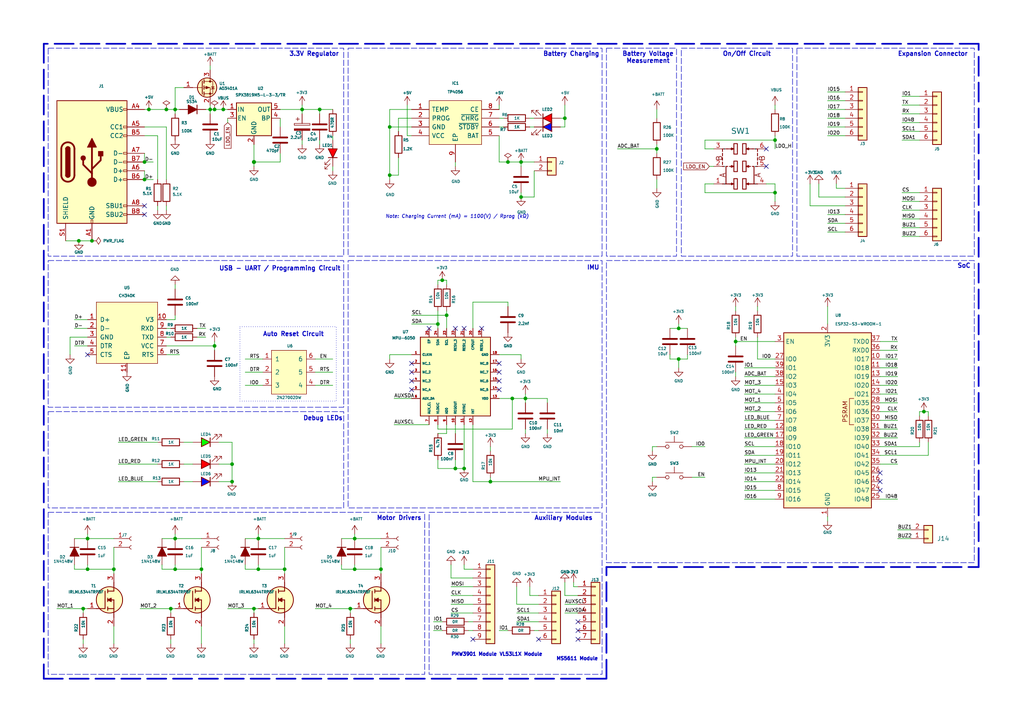
<source format=kicad_sch>
(kicad_sch (version 20250114) (generator "eeschema") (generator_version "9.0")
  (paper "A4")
  (title_block (title "LightWing") (date "2024-10-18") (rev "2.1.4") (company "Jobit Joseph  Semicon Media"))
  (rectangle (start 197.612 13.97) (end 229.87 74.295) (stroke (width 0) (type dash)))
  (rectangle (start 231.14 13.97) (end 282.575 74.295) (stroke (width 0) (type dash)))
  (rectangle (start 100.965 13.97) (end 174.625 74.295) (stroke (width 0) (type dash)))
  (rectangle (start 13.97 75.565) (end 99.695 118.11) (stroke (width 0) (type dash)))
  (rectangle (start 13.97 148.59) (end 123.19 195.58) (stroke (width 0) (type dash)))
  (rectangle (start 69.596 94.742) (end 97.536 116.332) (stroke (width 0) (type dot)))
  (rectangle (start 175.895 13.97) (end 196.215 74.295) (stroke (width 0) (type dash)))
  (rectangle (start 124.46 148.59) (end 174.625 195.58) (stroke (width 0) (type dash)))
  (rectangle (start 100.965 75.565) (end 174.625 147.32) (stroke (width 0) (type dash)))
  (rectangle (start 13.97 119.38) (end 99.695 147.32) (stroke (width 0) (type dash)))
  (rectangle (start 175.895 75.565) (end 282.575 163.195) (stroke (width 0) (type dash)))
  (rectangle (start 13.97 13.97) (end 99.695 74.295) (stroke (width 0) (type dash)))
  (text "Note: Charging Current (mA) = 1100(V) / Rprog (kΩ)" (at 111.76 63.5 0) (effects (font (size 1 1) (italic yes)) (justify left bottom)))
  (text "IMU" (at 170.18 78.486 0) (effects (font (size 1.27 1.27) (thickness 0.254) (bold yes)) (justify left bottom)))
  (text "VL53L1X Module" (at 144.78 190.5 0) (effects (font (size 1 1) (thickness 0.254) (bold yes)) (justify left bottom)))
  (text "Debug LEDs" (at 87.884 122.174 0) (effects (font (size 1.27 1.27) (thickness 0.254) (bold yes)) (justify left bottom)))
  (text "Battery Charging" (at 157.48 16.51 0) (effects (font (size 1.27 1.27) (thickness 0.254) (bold yes)) (justify left bottom)))
  (text "3.3V Regulator" (at 83.82 16.51 0) (effects (font (size 1.27 1.27) (thickness 0.254) (bold yes)) (justify left bottom)))
  (text "Battery Voltage\nMeasurement" (at 187.96 18.542 0) (effects (font (size 1.27 1.27) (thickness 0.254) (bold yes)) (justify bottom)))
  (text "Auto Reset Circuit" (at 76.2 97.79 0) (effects (font (size 1.27 1.27) (thickness 0.254) (bold yes)) (justify left bottom)))
  (text "USB - UART / Programming Circuit" (at 63.5 78.74 0) (effects (font (size 1.27 1.27) (thickness 0.254) (bold yes)) (justify left bottom)))
  (text "SoC" (at 277.622 77.978 0) (effects (font (size 1.27 1.27) (thickness 0.254) (bold yes)) (justify left bottom)))
  (text "Motor Drivers" (at 109.22 151.13 0) (effects (font (size 1.27 1.27) (thickness 0.254) (bold yes)) (justify left bottom)))
  (text "MS5611 Module" (at 161.29 191.77 0) (effects (font (size 1 1) (thickness 0.254) (bold yes)) (justify left bottom)))
  (text "Expansion Connector" (at 260.35 16.51 0) (effects (font (size 1.27 1.27) (thickness 0.254) (bold yes)) (justify left bottom)))
  (text "Auxiliary Modules" (at 154.94 151.13 0) (effects (font (size 1.27 1.27) (thickness 0.254) (bold yes)) (justify left bottom)))
  (text "On/Off Circuit" (at 209.55 16.51 0) (effects (font (size 1.27 1.27) (thickness 0.254) (bold yes)) (justify left bottom)))
  (text "PMW3901 Module" (at 130.81 190.5 0) (effects (font (size 1 1) (thickness 0.254) (bold yes)) (justify left bottom)))
  (junction (at 102.87 156.21))
  (junction (at 64.77 31.75))
  (junction (at 102.87 165.1))
  (junction (at 110.49 165.1))
  (junction (at 49.53 176.53))
  (junction (at 113.03 36.83))
  (junction (at 163.83 34.29))
  (junction (at 24.13 176.53))
  (junction (at 92.71 31.75))
  (junction (at 151.13 46.99))
  (junction (at 148.59 115.57))
  (junction (at 41.91 46.99))
  (junction (at 267.97 119.38))
  (junction (at 48.26 31.75))
  (junction (at 101.6 176.53))
  (junction (at 22.86 69.85))
  (junction (at 50.8 165.1))
  (junction (at 67.31 139.7))
  (junction (at 196.85 104.14))
  (junction (at 33.02 165.1))
  (junction (at 129.54 91.44))
  (junction (at 60.96 31.75))
  (junction (at 62.23 31.75))
  (junction (at 26.67 69.85))
  (junction (at 113.03 50.8))
  (junction (at 73.66 176.53))
  (junction (at 128.27 81.28))
  (junction (at 74.93 165.1))
  (junction (at 25.4 165.1))
  (junction (at 224.79 55.88))
  (junction (at 142.24 139.7))
  (junction (at 62.23 100.33))
  (junction (at 25.4 156.21))
  (junction (at 196.85 95.25))
  (junction (at 82.55 165.1))
  (junction (at 43.18 31.75))
  (junction (at 224.79 40.64))
  (junction (at 127 93.98))
  (junction (at 190.5 43.18))
  (junction (at 134.62 135.89))
  (junction (at 73.66 46.99) (diameter 1.016))
  (junction (at 74.93 156.21))
  (junction (at 132.08 135.89))
  (junction (at 58.42 165.1))
  (junction (at 50.8 31.75))
  (junction (at 213.36 99.06))
  (junction (at 41.91 52.07))
  (junction (at 50.8 156.21))
  (junction (at 87.63 31.75))
  (junction (at 151.13 57.15))
  (junction (at 152.4 115.57))
  (junction (at 147.32 46.99))
  (junction (at 67.31 134.62))
  (no_connect (at 167.64 180.34))
  (no_connect (at 167.64 185.42))
  (no_connect (at 134.62 95.25))
  (no_connect (at 255.27 137.16))
  (no_connect (at 139.7 95.25))
  (no_connect (at 144.78 110.49))
  (no_connect (at 119.38 110.49))
  (no_connect (at 41.91 59.69))
  (no_connect (at 144.78 113.03))
  (no_connect (at 222.25 48.26))
  (no_connect (at 41.91 62.23))
  (no_connect (at 25.4 102.87))
  (no_connect (at 144.78 107.95))
  (no_connect (at 119.38 113.03))
  (no_connect (at 144.78 105.41))
  (no_connect (at 137.16 185.42))
  (no_connect (at 255.27 139.7))
  (no_connect (at 124.46 95.25))
  (no_connect (at 132.08 95.25))
  (no_connect (at 167.64 182.88))
  (no_connect (at 222.25 43.18))
  (no_connect (at 119.38 107.95))
  (no_connect (at 156.21 185.42))
  (no_connect (at 119.38 105.41))
  (no_connect (at 255.27 142.24))
  (wire (pts (xy 137.16 95.25) (xy 137.16 87.63)))
  (wire (pts (xy 240.03 26.67) (xy 245.11 26.67)))
  (wire (pts (xy 190.5 54.61) (xy 190.5 52.07)))
  (wire (pts (xy 152.4 124.46) (xy 152.4 125.73)))
  (wire (pts (xy 81.28 36.83) (xy 81.28 34.29)))
  (wire (pts (xy 196.85 104.14) (xy 196.85 106.68)))
  (wire (pts (xy 260.35 101.6) (xy 255.27 101.6)))
  (wire (pts (xy 137.16 87.63) (xy 147.32 87.63)))
  (wire (pts (xy 213.36 88.9) (xy 213.36 90.17)))
  (polyline (pts (xy 175.895 164.465) (xy 283.845 164.465)) (stroke (width 0.5) (type dash)))
  (wire (pts (xy 118.11 30.48) (xy 118.11 39.37)))
  (wire (pts (xy 115.57 34.29) (xy 119.38 34.29)))
  (wire (pts (xy 19.05 69.85) (xy 22.86 69.85)))
  (wire (pts (xy 25.4 165.1) (xy 21.59 165.1)))
  (wire (pts (xy 132.08 133.35) (xy 132.08 135.89)))
  (wire (pts (xy 50.8 31.75) (xy 50.8 33.02)))
  (wire (pts (xy 224.79 39.37) (xy 224.79 40.64)))
  (wire (pts (xy 43.18 31.75) (xy 48.26 31.75)))
  (wire (pts (xy 261.62 60.96) (xy 266.7 60.96)))
  (wire (pts (xy 213.36 100.33) (xy 213.36 99.06)))
  (wire (pts (xy 59.69 31.75) (xy 60.96 31.75)))
  (wire (pts (xy 149.86 170.18) (xy 149.86 175.26)))
  (wire (pts (xy 91.44 111.76) (xy 96.52 111.76)))
  (wire (pts (xy 260.35 156.21) (xy 264.16 156.21)))
  (wire (pts (xy 144.78 34.29) (xy 146.05 34.29)))
  (wire (pts (xy 190.5 31.75) (xy 190.5 34.29)))
  (wire (pts (xy 102.87 156.21) (xy 99.06 156.21)))
  (wire (pts (xy 59.69 97.79) (xy 57.15 97.79)))
  (wire (pts (xy 255.27 132.08) (xy 269.24 132.08)))
  (wire (pts (xy 163.83 30.48) (xy 163.83 34.29)))
  (wire (pts (xy 16.51 176.53) (xy 24.13 176.53)))
  (wire (pts (xy 240.03 151.13) (xy 240.03 149.86)))
  (wire (pts (xy 144.78 36.83) (xy 146.05 36.83)))
  (wire (pts (xy 127 93.98) (xy 127 95.25)))
  (wire (pts (xy 50.8 165.1) (xy 46.99 165.1)))
  (wire (pts (xy 156.21 172.72) (xy 153.67 172.72)))
  (wire (pts (xy 125.73 180.34) (xy 128.27 180.34)))
  (wire (pts (xy 129.54 81.28) (xy 128.27 81.28)))
  (wire (pts (xy 134.62 123.19) (xy 134.62 135.89)))
  (wire (pts (xy 45.72 139.7) (xy 34.29 139.7)))
  (wire (pts (xy 41.91 31.75) (xy 43.18 31.75)))
  (wire (pts (xy 113.03 31.75) (xy 113.03 36.83)))
  (wire (pts (xy 215.9 129.54) (xy 224.79 129.54)))
  (wire (pts (xy 40.64 176.53) (xy 49.53 176.53)))
  (wire (pts (xy 81.28 46.99) (xy 73.66 46.99)))
  (wire (pts (xy 261.62 68.58) (xy 266.7 68.58)))
  (wire (pts (xy 127 81.28) (xy 128.27 81.28)))
  (wire (pts (xy 127 133.35) (xy 127 135.89)))
  (wire (pts (xy 240.03 39.37) (xy 245.11 39.37)))
  (wire (pts (xy 48.26 95.25) (xy 49.53 95.25)))
  (wire (pts (xy 62.23 100.33) (xy 62.23 101.6)))
  (wire (pts (xy 269.24 120.65) (xy 269.24 119.38)))
  (wire (pts (xy 87.63 31.75) (xy 92.71 31.75)))
  (wire (pts (xy 224.79 30.48) (xy 224.79 31.75)))
  (wire (pts (xy 149.86 180.34) (xy 156.21 180.34)))
  (wire (pts (xy 144.78 115.57) (xy 148.59 115.57)))
  (wire (pts (xy 242.57 54.61) (xy 242.57 53.34)))
  (wire (pts (xy 151.13 46.99) (xy 154.94 46.99)))
  (wire (pts (xy 204.47 55.88) (xy 224.79 55.88)))
  (wire (pts (xy 25.4 95.25) (xy 21.59 95.25)))
  (wire (pts (xy 96.52 48.26) (xy 96.52 49.53)))
  (wire (pts (xy 50.8 25.4) (xy 50.8 31.75)))
  (wire (pts (xy 125.73 182.88) (xy 128.27 182.88)))
  (wire (pts (xy 137.16 167.64) (xy 130.81 167.64)))
  (wire (pts (xy 33.02 158.75) (xy 33.02 165.1)))
  (wire (pts (xy 127 90.17) (xy 127 93.98)))
  (wire (pts (xy 190.5 41.91) (xy 190.5 43.18)))
  (wire (pts (xy 240.03 88.9) (xy 240.03 93.98)))
  (wire (pts (xy 102.87 176.53) (xy 101.6 176.53)))
  (wire (pts (xy 113.03 102.87) (xy 113.03 104.14)))
  (wire (pts (xy 73.66 186.69) (xy 73.66 185.42)))
  (wire (pts (xy 204.47 129.54) (xy 200.66 129.54)))
  (wire (pts (xy 266.7 120.65) (xy 266.7 119.38)))
  (wire (pts (xy 215.9 119.38) (xy 224.79 119.38)))
  (wire (pts (xy 58.42 186.69) (xy 58.42 181.61)))
  (wire (pts (xy 153.67 34.29) (xy 154.94 34.29)))
  (wire (pts (xy 41.91 46.99) (xy 44.45 46.99)))
  (wire (pts (xy 87.63 30.48) (xy 87.63 31.75)))
  (wire (pts (xy 151.13 57.15) (xy 151.13 55.88)))
  (wire (pts (xy 50.8 91.44) (xy 50.8 92.71)))
  (wire (pts (xy 261.62 27.94) (xy 266.7 27.94)))
  (wire (pts (xy 87.63 40.64) (xy 87.63 41.91)))
  (wire (pts (xy 74.93 156.21) (xy 82.55 156.21)))
  (wire (pts (xy 261.62 30.48) (xy 266.7 30.48)))
  (wire (pts (xy 129.54 123.19) (xy 129.54 125.73)))
  (wire (pts (xy 154.94 182.88) (xy 156.21 182.88)))
  (wire (pts (xy 115.57 45.72) (xy 115.57 50.8)))
  (wire (pts (xy 207.01 43.18) (xy 204.47 43.18)))
  (wire (pts (xy 142.24 130.81) (xy 142.24 129.54)))
  (wire (pts (xy 53.34 25.4) (xy 50.8 25.4)))
  (wire (pts (xy 255.27 129.54) (xy 266.7 129.54)))
  (wire (pts (xy 25.4 154.94) (xy 25.4 156.21)))
  (wire (pts (xy 58.42 165.1) (xy 58.42 166.37)))
  (wire (pts (xy 260.35 134.62) (xy 255.27 134.62)))
  (wire (pts (xy 144.78 39.37) (xy 144.78 46.99)))
  (polyline (pts (xy 283.845 164.465) (xy 283.845 12.7)) (stroke (width 0.5) (type dash)))
  (wire (pts (xy 215.9 114.3) (xy 224.79 114.3)))
  (wire (pts (xy 64.77 31.75) (xy 66.04 31.75)))
  (wire (pts (xy 269.24 119.38) (xy 267.97 119.38)))
  (wire (pts (xy 144.78 46.99) (xy 147.32 46.99)))
  (wire (pts (xy 50.8 156.21) (xy 46.99 156.21)))
  (wire (pts (xy 110.49 156.21) (xy 102.87 156.21)))
  (wire (pts (xy 113.03 50.8) (xy 113.03 52.07)))
  (wire (pts (xy 260.35 121.92) (xy 255.27 121.92)))
  (wire (pts (xy 66.04 176.53) (xy 73.66 176.53)))
  (wire (pts (xy 119.38 36.83) (xy 113.03 36.83)))
  (wire (pts (xy 189.23 138.43) (xy 190.5 138.43)))
  (wire (pts (xy 260.35 144.78) (xy 255.27 144.78)))
  (wire (pts (xy 158.75 125.73) (xy 158.75 124.46)))
  (wire (pts (xy 25.4 163.83) (xy 25.4 165.1)))
  (wire (pts (xy 154.94 49.53) (xy 154.94 57.15)))
  (wire (pts (xy 53.34 128.27) (xy 55.88 128.27)))
  (wire (pts (xy 92.71 40.64) (xy 92.71 41.91)))
  (wire (pts (xy 204.47 43.18) (xy 204.47 40.64)))
  (wire (pts (xy 21.59 165.1) (xy 21.59 163.83)))
  (wire (pts (xy 87.63 31.75) (xy 87.63 33.02)))
  (wire (pts (xy 41.91 36.83) (xy 48.26 36.83)))
  (wire (pts (xy 224.79 40.64) (xy 224.79 43.18)))
  (wire (pts (xy 110.49 165.1) (xy 110.49 166.37)))
  (wire (pts (xy 48.26 97.79) (xy 49.53 97.79)))
  (wire (pts (xy 24.13 176.53) (xy 24.13 177.8)))
  (wire (pts (xy 115.57 50.8) (xy 113.03 50.8)))
  (wire (pts (xy 237.49 57.15) (xy 245.11 57.15)))
  (wire (pts (xy 196.85 93.98) (xy 196.85 95.25)))
  (wire (pts (xy 33.02 165.1) (xy 25.4 165.1)))
  (wire (pts (xy 67.31 128.27) (xy 67.31 134.62)))
  (wire (pts (xy 81.28 44.45) (xy 81.28 46.99)))
  (wire (pts (xy 215.9 109.22) (xy 224.79 109.22)))
  (wire (pts (xy 73.66 176.53) (xy 73.66 177.8)))
  (wire (pts (xy 53.34 134.62) (xy 55.88 134.62)))
  (wire (pts (xy 45.72 39.37) (xy 45.72 52.07)))
  (wire (pts (xy 240.03 67.31) (xy 245.11 67.31)))
  (wire (pts (xy 240.03 31.75) (xy 245.11 31.75)))
  (wire (pts (xy 189.23 139.7) (xy 189.23 138.43)))
  (wire (pts (xy 50.8 176.53) (xy 49.53 176.53)))
  (wire (pts (xy 240.03 34.29) (xy 245.11 34.29)))
  (wire (pts (xy 25.4 97.79) (xy 20.32 97.79)))
  (wire (pts (xy 130.81 167.64) (xy 130.81 163.83)))
  (wire (pts (xy 91.44 107.95) (xy 96.52 107.95)))
  (wire (pts (xy 152.4 114.3) (xy 152.4 115.57)))
  (wire (pts (xy 81.28 31.75) (xy 87.63 31.75)))
  (wire (pts (xy 215.9 134.62) (xy 224.79 134.62)))
  (wire (pts (xy 260.35 119.38) (xy 255.27 119.38)))
  (wire (pts (xy 189.23 129.54) (xy 190.5 129.54)))
  (wire (pts (xy 147.32 46.99) (xy 151.13 46.99)))
  (wire (pts (xy 219.71 88.9) (xy 219.71 90.17)))
  (wire (pts (xy 41.91 39.37) (xy 45.72 39.37)))
  (wire (pts (xy 260.35 99.06) (xy 255.27 99.06)))
  (wire (pts (xy 74.93 154.94) (xy 74.93 156.21)))
  (wire (pts (xy 127 135.89) (xy 132.08 135.89)))
  (wire (pts (xy 76.2 107.95) (xy 71.12 107.95)))
  (wire (pts (xy 115.57 38.1) (xy 115.57 34.29)))
  (wire (pts (xy 149.86 175.26) (xy 156.21 175.26)))
  (wire (pts (xy 60.96 31.75) (xy 60.96 33.02)))
  (wire (pts (xy 151.13 104.14) (xy 151.13 102.87)))
  (wire (pts (xy 49.53 186.69) (xy 49.53 185.42)))
  (wire (pts (xy 91.44 176.53) (xy 101.6 176.53)))
  (wire (pts (xy 63.5 139.7) (xy 67.31 139.7)))
  (wire (pts (xy 204.47 53.34) (xy 204.47 55.88)))
  (wire (pts (xy 142.24 138.43) (xy 142.24 139.7)))
  (wire (pts (xy 215.9 132.08) (xy 224.79 132.08)))
  (wire (pts (xy 96.52 39.37) (xy 96.52 40.64)))
  (wire (pts (xy 48.26 31.75) (xy 50.8 31.75)))
  (wire (pts (xy 74.93 156.21) (xy 71.12 156.21)))
  (wire (pts (xy 154.94 57.15) (xy 151.13 57.15)))
  (wire (pts (xy 110.49 158.75) (xy 110.49 165.1)))
  (wire (pts (xy 130.81 177.8) (xy 137.16 177.8)))
  (wire (pts (xy 261.62 63.5) (xy 266.7 63.5)))
  (wire (pts (xy 135.89 182.88) (xy 137.16 182.88)))
  (wire (pts (xy 135.89 180.34) (xy 137.16 180.34)))
  (wire (pts (xy 163.83 172.72) (xy 163.83 168.91)))
  (wire (pts (xy 261.62 33.02) (xy 266.7 33.02)))
  (wire (pts (xy 163.83 177.8) (xy 167.64 177.8)))
  (wire (pts (xy 237.49 57.15) (xy 237.49 53.34)))
  (wire (pts (xy 48.26 100.33) (xy 62.23 100.33)))
  (wire (pts (xy 101.6 186.69) (xy 101.6 185.42)))
  (wire (pts (xy 240.03 62.23) (xy 245.11 62.23)))
  (wire (pts (xy 50.8 163.83) (xy 50.8 165.1)))
  (wire (pts (xy 129.54 82.55) (xy 129.54 81.28)))
  (wire (pts (xy 48.26 60.96) (xy 48.26 59.69)))
  (wire (pts (xy 207.01 53.34) (xy 204.47 53.34)))
  (wire (pts (xy 190.5 43.18) (xy 190.5 44.45)))
  (wire (pts (xy 261.62 40.64) (xy 266.7 40.64)))
  (wire (pts (xy 49.53 176.53) (xy 49.53 177.8)))
  (wire (pts (xy 266.7 119.38) (xy 267.97 119.38)))
  (wire (pts (xy 132.08 135.89) (xy 134.62 135.89)))
  (wire (pts (xy 215.9 137.16) (xy 224.79 137.16)))
  (wire (pts (xy 73.66 46.99) (xy 73.66 48.26)))
  (wire (pts (xy 148.59 124.46) (xy 148.59 115.57)))
  (wire (pts (xy 113.03 36.83) (xy 113.03 50.8)))
  (wire (pts (xy 119.38 93.98) (xy 127 93.98)))
  (wire (pts (xy 41.91 52.07) (xy 44.45 52.07)))
  (wire (pts (xy 46.99 165.1) (xy 46.99 163.83)))
  (wire (pts (xy 82.55 165.1) (xy 74.93 165.1)))
  (wire (pts (xy 234.95 59.69) (xy 234.95 53.34)))
  (wire (pts (xy 25.4 100.33) (xy 21.59 100.33)))
  (wire (pts (xy 261.62 55.88) (xy 266.7 55.88)))
  (wire (pts (xy 142.24 139.7) (xy 162.56 139.7)))
  (wire (pts (xy 25.4 156.21) (xy 33.02 156.21)))
  (wire (pts (xy 48.26 102.87) (xy 52.07 102.87)))
  (wire (pts (xy 50.8 83.82) (xy 50.8 82.55)))
  (wire (pts (xy 48.26 92.71) (xy 50.8 92.71)))
  (wire (pts (xy 215.9 106.68) (xy 224.79 106.68)))
  (wire (pts (xy 62.23 31.75) (xy 64.77 31.75)))
  (wire (pts (xy 260.35 116.84) (xy 255.27 116.84)))
  (wire (pts (xy 50.8 31.75) (xy 52.07 31.75)))
  (wire (pts (xy 82.55 165.1) (xy 82.55 166.37)))
  (wire (pts (xy 132.08 123.19) (xy 132.08 125.73)))
  (wire (pts (xy 48.26 36.83) (xy 48.26 52.07)))
  (wire (pts (xy 215.9 124.46) (xy 224.79 124.46)))
  (wire (pts (xy 234.95 59.69) (xy 245.11 59.69)))
  (wire (pts (xy 33.02 186.69) (xy 33.02 181.61)))
  (wire (pts (xy 167.64 170.18) (xy 166.37 170.18)))
  (wire (pts (xy 127 125.73) (xy 129.54 125.73)))
  (wire (pts (xy 266.7 128.27) (xy 266.7 129.54)))
  (wire (pts (xy 158.75 115.57) (xy 152.4 115.57)))
  (wire (pts (xy 53.34 139.7) (xy 55.88 139.7)))
  (wire (pts (xy 45.72 134.62) (xy 34.29 134.62)))
  (wire (pts (xy 92.71 31.75) (xy 96.52 31.75)))
  (wire (pts (xy 261.62 58.42) (xy 266.7 58.42)))
  (wire (pts (xy 144.78 182.88) (xy 147.32 182.88)))
  (wire (pts (xy 137.16 123.19) (xy 137.16 139.7)))
  (wire (pts (xy 224.79 53.34) (xy 224.79 55.88)))
  (wire (pts (xy 25.4 92.71) (xy 21.59 92.71)))
  (wire (pts (xy 102.87 163.83) (xy 102.87 165.1)))
  (wire (pts (xy 76.2 104.14) (xy 71.12 104.14)))
  (wire (pts (xy 110.49 165.1) (xy 102.87 165.1)))
  (wire (pts (xy 215.9 144.78) (xy 224.79 144.78)))
  (wire (pts (xy 240.03 29.21) (xy 245.11 29.21)))
  (wire (pts (xy 73.66 41.91) (xy 73.66 46.99)))
  (wire (pts (xy 130.81 175.26) (xy 137.16 175.26)))
  (wire (pts (xy 148.59 115.57) (xy 152.4 115.57)))
  (wire (pts (xy 119.38 102.87) (xy 113.03 102.87)))
  (wire (pts (xy 204.47 40.64) (xy 224.79 40.64)))
  (wire (pts (xy 60.96 30.48) (xy 60.96 31.75)))
  (polyline (pts (xy 12.7 12.7) (xy 12.7 196.85)) (stroke (width 0.5) (type dash)))
  (wire (pts (xy 20.32 97.79) (xy 20.32 102.87)))
  (wire (pts (xy 114.3 123.19) (xy 124.46 123.19)))
  (wire (pts (xy 147.32 87.63) (xy 147.32 88.9)))
  (wire (pts (xy 189.23 130.81) (xy 189.23 129.54)))
  (wire (pts (xy 144.78 30.48) (xy 144.78 31.75)))
  (wire (pts (xy 260.35 114.3) (xy 255.27 114.3)))
  (wire (pts (xy 153.67 36.83) (xy 154.94 36.83)))
  (wire (pts (xy 196.85 95.25) (xy 199.39 95.25)))
  (wire (pts (xy 196.85 104.14) (xy 199.39 104.14)))
  (wire (pts (xy 260.35 104.14) (xy 255.27 104.14)))
  (wire (pts (xy 91.44 104.14) (xy 96.52 104.14)))
  (wire (pts (xy 215.9 142.24) (xy 224.79 142.24)))
  (wire (pts (xy 158.75 116.84) (xy 158.75 115.57)))
  (wire (pts (xy 222.25 53.34) (xy 224.79 53.34)))
  (wire (pts (xy 62.23 99.06) (xy 62.23 100.33)))
  (wire (pts (xy 57.15 95.25) (xy 59.69 95.25)))
  (wire (pts (xy 110.49 186.69) (xy 110.49 181.61)))
  (wire (pts (xy 67.31 134.62) (xy 67.31 139.7)))
  (wire (pts (xy 194.31 104.14) (xy 196.85 104.14)))
  (wire (pts (xy 215.9 139.7) (xy 224.79 139.7)))
  (wire (pts (xy 215.9 116.84) (xy 224.79 116.84)))
  (wire (pts (xy 137.16 139.7) (xy 142.24 139.7)))
  (wire (pts (xy 74.93 163.83) (xy 74.93 165.1)))
  (wire (pts (xy 167.64 172.72) (xy 163.83 172.72)))
  (wire (pts (xy 162.56 36.83) (xy 163.83 36.83)))
  (wire (pts (xy 162.56 34.29) (xy 163.83 34.29)))
  (wire (pts (xy 207.01 48.26) (xy 205.74 48.26)))
  (wire (pts (xy 101.6 176.53) (xy 101.6 177.8)))
  (wire (pts (xy 152.4 115.57) (xy 152.4 116.84)))
  (wire (pts (xy 260.35 124.46) (xy 255.27 124.46)))
  (wire (pts (xy 215.9 111.76) (xy 224.79 111.76)))
  (wire (pts (xy 41.91 44.45) (xy 41.91 46.99)))
  (wire (pts (xy 33.02 165.1) (xy 33.02 166.37)))
  (polyline (pts (xy 175.895 196.85) (xy 175.895 164.465)) (stroke (width 0.5) (type dash)))
  (wire (pts (xy 224.79 104.14) (xy 219.71 104.14)))
  (wire (pts (xy 261.62 35.56) (xy 266.7 35.56)))
  (wire (pts (xy 63.5 128.27) (xy 67.31 128.27)))
  (wire (pts (xy 240.03 64.77) (xy 245.11 64.77)))
  (wire (pts (xy 260.35 111.76) (xy 255.27 111.76)))
  (polyline (pts (xy 283.845 12.7) (xy 12.7 12.7)) (stroke (width 0.5) (type dash)))
  (wire (pts (xy 194.31 95.25) (xy 196.85 95.25)))
  (polyline (pts (xy 12.7 196.85) (xy 175.895 196.85)) (stroke (width 0.5) (type dash)))
  (wire (pts (xy 163.83 34.29) (xy 163.83 36.83)))
  (wire (pts (xy 269.24 128.27) (xy 269.24 132.08)))
  (wire (pts (xy 163.83 175.26) (xy 167.64 175.26)))
  (wire (pts (xy 99.06 165.1) (xy 99.06 163.83)))
  (wire (pts (xy 45.72 60.96) (xy 45.72 59.69)))
  (wire (pts (xy 132.08 48.26) (xy 132.08 46.99)))
  (wire (pts (xy 179.07 43.18) (xy 190.5 43.18)))
  (wire (pts (xy 60.96 19.05) (xy 60.96 20.32)))
  (wire (pts (xy 63.5 134.62) (xy 67.31 134.62)))
  (wire (pts (xy 194.31 102.87) (xy 194.31 104.14)))
  (wire (pts (xy 58.42 156.21) (xy 50.8 156.21)))
  (wire (pts (xy 213.36 107.95) (xy 213.36 109.22)))
  (wire (pts (xy 130.81 172.72) (xy 137.16 172.72)))
  (wire (pts (xy 82.55 158.75) (xy 82.55 165.1)))
  (wire (pts (xy 26.67 69.85) (xy 22.86 69.85)))
  (wire (pts (xy 151.13 102.87) (xy 144.78 102.87)))
  (wire (pts (xy 260.35 127) (xy 255.27 127)))
  (wire (pts (xy 137.16 165.1) (xy 134.62 165.1)))
  (wire (pts (xy 102.87 154.94) (xy 102.87 156.21)))
  (wire (pts (xy 129.54 90.17) (xy 129.54 91.44)))
  (wire (pts (xy 58.42 158.75) (xy 58.42 165.1)))
  (wire (pts (xy 153.67 172.72) (xy 153.67 170.18)))
  (wire (pts (xy 149.86 177.8) (xy 156.21 177.8)))
  (wire (pts (xy 24.13 186.69) (xy 24.13 185.42)))
  (wire (pts (xy 92.71 33.02) (xy 92.71 31.75)))
  (wire (pts (xy 25.4 176.53) (xy 24.13 176.53)))
  (wire (pts (xy 260.35 109.22) (xy 255.27 109.22)))
  (wire (pts (xy 74.93 176.53) (xy 73.66 176.53)))
  (wire (pts (xy 260.35 153.67) (xy 264.16 153.67)))
  (wire (pts (xy 213.36 99.06) (xy 213.36 97.79)))
  (wire (pts (xy 74.93 165.1) (xy 71.12 165.1)))
  (wire (pts (xy 213.36 99.06) (xy 224.79 99.06)))
  (wire (pts (xy 114.3 115.57) (xy 119.38 115.57)))
  (wire (pts (xy 50.8 154.94) (xy 50.8 156.21)))
  (wire (pts (xy 224.79 55.88) (xy 224.79 58.42)))
  (wire (pts (xy 21.59 156.21) (xy 25.4 156.21)))
  (wire (pts (xy 151.13 46.99) (xy 151.13 48.26)))
  (wire (pts (xy 127 124.46) (xy 127 123.19)))
  (wire (pts (xy 130.81 170.18) (xy 137.16 170.18)))
  (wire (pts (xy 58.42 165.1) (xy 50.8 165.1)))
  (wire (pts (xy 71.12 165.1) (xy 71.12 163.83)))
  (wire (pts (xy 119.38 31.75) (xy 113.03 31.75)))
  (wire (pts (xy 82.55 186.69) (xy 82.55 181.61)))
  (wire (pts (xy 242.57 54.61) (xy 245.11 54.61)))
  (wire (pts (xy 60.96 31.75) (xy 62.23 31.75)))
  (wire (pts (xy 215.9 127) (xy 224.79 127)))
  (wire (pts (xy 129.54 95.25) (xy 129.54 91.44)))
  (wire (pts (xy 204.47 138.43) (xy 200.66 138.43)))
  (wire (pts (xy 45.72 128.27) (xy 34.29 128.27)))
  (wire (pts (xy 66.04 35.56) (xy 66.04 34.29)))
  (wire (pts (xy 119.38 91.44) (xy 129.54 91.44)))
  (wire (pts (xy 127 82.55) (xy 127 81.28)))
  (wire (pts (xy 134.62 165.1) (xy 134.62 163.83)))
  (wire (pts (xy 102.87 165.1) (xy 99.06 165.1)))
  (wire (pts (xy 166.37 170.18) (xy 166.37 168.91)))
  (wire (pts (xy 260.35 106.68) (xy 255.27 106.68)))
  (wire (pts (xy 199.39 104.14) (xy 199.39 102.87)))
  (wire (pts (xy 119.38 39.37) (xy 118.11 39.37)))
  (wire (pts (xy 76.2 111.76) (xy 71.12 111.76)))
  (wire (pts (xy 215.9 121.92) (xy 224.79 121.92)))
  (wire (pts (xy 240.03 36.83) (xy 245.11 36.83)))
  (wire (pts (xy 219.71 97.79) (xy 219.71 104.14)))
  (wire (pts (xy 261.62 38.1) (xy 266.7 38.1)))
  (wire (pts (xy 127 124.46) (xy 148.59 124.46)))
  (wire (pts (xy 261.62 66.04) (xy 266.7 66.04)))
  (wire (pts (xy 41.91 49.53) (xy 41.91 52.07)))
  (label "DTR" (at 92.71 111.76 0) (effects (font (size 1 1))))
  (label "AUXSDA" (at 163.83 177.8 0) (effects (font (size 1 1))))
  (label "IO17" (at 260.35 104.14 180) (effects (font (size 1 1))))
  (label "IO48" (at 261.62 35.56 0) (effects (font (size 1 1))))
  (label "SCL1" (at 260.35 132.08 180) (effects (font (size 1 1))))
  (label "AUXSDA" (at 114.3 115.57 0) (effects (font (size 1 1))))
  (label "MOT_2" (at 40.64 176.53 0) (effects (font (size 1 1))))
  (label "LDO_H" (at 224.79 43.18 0) (effects (font (size 1 1))))
  (label "IO19" (at 240.03 36.83 0) (effects (font (size 1 1))))
  (label "LED_GREEN" (at 34.29 128.27 0) (effects (font (size 1 1))))
  (label "CS" (at 130.81 177.8 0) (effects (font (size 1 1))))
  (label "MOSI" (at 130.81 170.18 0) (effects (font (size 1 1))))
  (label "EN" (at 214.63 99.06 0) (effects (font (size 1 1))))
  (label "CS" (at 261.62 55.88 0) (effects (font (size 1 1))))
  (label "BUZ1" (at 260.35 124.46 180) (effects (font (size 1 1))))
  (label "SCL" (at 215.9 129.54 0) (effects (font (size 1 1))))
  (label "SDA" (at 119.38 93.98 0) (effects (font (size 1 1))))
  (label "IO1" (at 125.73 182.88 0) (effects (font (size 1 1))))
  (label "IO15" (at 240.03 26.67 0) (effects (font (size 1 1))))
  (label "AUXSCL" (at 163.83 175.26 0) (effects (font (size 1 1))))
  (label "CS" (at 260.35 134.62 180) (effects (font (size 1 1))))
  (label "SDA1" (at 260.35 129.54 180) (effects (font (size 1 1))))
  (label "IO17" (at 240.03 31.75 0) (effects (font (size 1 1))))
  (label "MISO" (at 130.81 175.26 0) (effects (font (size 1 1))))
  (label "IO20" (at 240.03 39.37 0) (effects (font (size 1 1))))
  (label "TX" (at 261.62 30.48 0) (effects (font (size 1 1))))
  (label "BUZ2" (at 260.35 127 180) (effects (font (size 1 1))))
  (label "MOT_1" (at 215.9 116.84 0) (effects (font (size 1 1))))
  (label "CLK" (at 130.81 172.72 0) (effects (font (size 1 1))))
  (label "EN" (at 204.47 138.43 180) (effects (font (size 1 1))))
  (label "LED_GREEN" (at 215.9 127 0) (effects (font (size 1 1))))
  (label "RX" (at 59.69 97.79 180) (effects (font (size 1 1))))
  (label "MOSI" (at 260.35 116.84 180) (effects (font (size 1 1))))
  (label "LED_BLUE" (at 215.9 121.92 0) (effects (font (size 1 1))))
  (label "ADC_BAT" (at 215.9 109.22 0) (effects (font (size 1 1))))
  (label "RTS" (at 92.71 107.95 0) (effects (font (size 1 1))))
  (label "CLK" (at 260.35 119.38 180) (effects (font (size 1 1))))
  (label "ADC_BAT" (at 179.07 43.18 0) (effects (font (size 1 1))))
  (label "SCL1" (at 149.86 177.8 0) (effects (font (size 1 1))))
  (label "D-" (at 21.59 95.25 0) (effects (font (size 1 1))))
  (label "SCL" (at 119.38 91.44 0) (effects (font (size 1 1))))
  (label "IO13" (at 240.03 62.23 0) (effects (font (size 1 1))))
  (label "IO19" (at 260.35 109.22 180) (effects (font (size 1 1))))
  (label "AUXSCL" (at 114.3 123.19 0) (effects (font (size 1 1))))
  (label "IO0" (at 220.98 104.14 0) (effects (font (size 1 1))))
  (label "IO16" (at 215.9 144.78 0) (effects (font (size 1 1))))
  (label "TX" (at 59.69 95.25 180) (effects (font (size 1 1))))
  (label "DTR" (at 21.59 100.33 0) (effects (font (size 1 1))))
  (label "RX" (at 260.35 101.6 180) (effects (font (size 1 1))))
  (label "IO18" (at 260.35 106.68 180) (effects (font (size 1 1))))
  (label "MOT_3" (at 215.9 111.76 0) (effects (font (size 1 1))))
  (label "MOT_4" (at 215.9 114.3 0) (effects (font (size 1 1))))
  (label "MOSI" (at 261.62 58.42 0) (effects (font (size 1 1))))
  (label "LED_RED" (at 215.9 124.46 0) (effects (font (size 1 1))))
  (label "RTS" (at 72.39 104.14 0) (effects (font (size 1 1))))
  (label "SCL" (at 240.03 67.31 0) (effects (font (size 1 1))))
  (label "IO15" (at 215.9 142.24 0) (effects (font (size 1 1))))
  (label "MOT_3" (at 66.04 176.53 0) (effects (font (size 1 1))))
  (label "SDA" (at 215.9 132.08 0) (effects (font (size 1 1))))
  (label "IO1" (at 125.73 180.34 0) (effects (font (size 1 1))))
  (label "CLK" (at 261.62 60.96 0) (effects (font (size 1 1))))
  (label "BUZ1" (at 260.35 153.67 0) (effects (font (size 1 1))))
  (label "MPU_INT" (at 162.56 139.7 180) (effects (font (size 1 1))))
  (label "MOT_4" (at 91.44 176.53 0) (effects (font (size 1 1))))
  (label "BUZ2" (at 260.35 156.21 0) (effects (font (size 1 1))))
  (label "IO1" (at 261.62 27.94 0) (effects (font (size 1 1))))
  (label "D+" (at 44.45 52.07 180) (effects (font (size 1 1))))
  (label "SDA1" (at 261.62 40.64 0) (effects (font (size 1 1))))
  (label "DTR" (at 72.39 107.95 0) (effects (font (size 1 1))))
  (label "SDA" (at 240.03 64.77 0) (effects (font (size 1 1))))
  (label "SDA1" (at 149.86 180.34 0) (effects (font (size 1 1))))
  (label "IO13" (at 215.9 137.16 0) (effects (font (size 1 1))))
  (label "IO14" (at 215.9 139.7 0) (effects (font (size 1 1))))
  (label "IO1" (at 215.9 106.68 0) (effects (font (size 1 1))))
  (label "MISO" (at 260.35 121.92 180) (effects (font (size 1 1))))
  (label "MOT_1" (at 16.51 176.53 0) (effects (font (size 1 1))))
  (label "IO48" (at 260.35 144.78 180) (effects (font (size 1 1))))
  (label "EN" (at 92.71 104.14 0) (effects (font (size 1 1))))
  (label "IO20" (at 260.35 111.76 180) (effects (font (size 1 1))))
  (label "IO1" (at 144.78 182.88 0) (effects (font (size 1 1))))
  (label "MOT_2" (at 215.9 119.38 0) (effects (font (size 1 1))))
  (label "IO16" (at 240.03 29.21 0) (effects (font (size 1 1))))
  (label "TX" (at 260.35 99.06 180) (effects (font (size 1 1))))
  (label "SCL1" (at 261.62 38.1 0) (effects (font (size 1 1))))
  (label "D+" (at 21.59 92.71 0) (effects (font (size 1 1))))
  (label "LED_RED" (at 34.29 134.62 0) (effects (font (size 1 1))))
  (label "LED_BLUE" (at 34.29 139.7 0) (effects (font (size 1 1))))
  (label "BUZ2" (at 261.62 68.58 0) (effects (font (size 1 1))))
  (label "RTS" (at 52.07 102.87 180) (effects (font (size 1 1))))
  (label "RX" (at 261.62 33.02 0) (effects (font (size 1 1))))
  (label "IO18" (at 240.03 34.29 0) (effects (font (size 1 1))))
  (label "IO0" (at 72.39 111.76 0) (effects (font (size 1 1))))
  (label "BUZ1" (at 261.62 66.04 0) (effects (font (size 1 1))))
  (label "MPU_INT" (at 215.9 134.62 0) (effects (font (size 1 1))))
  (label "IO0" (at 204.47 129.54 180) (effects (font (size 1 1))))
  (label "MISO" (at 261.62 63.5 0) (effects (font (size 1 1))))
  (label "D-" (at 44.45 46.99 180) (effects (font (size 1 1))))
  (label "IO21" (at 260.35 114.3 180) (effects (font (size 1 1))))
  (global_label "LDO_EN" (shape input) (at 205.74 48.26 180) (effects (font (size 1 1))) (property "Intersheetrefs" "${INTERSHEET_REFS}" (effects (hide yes))))
  (global_label "LDO_EN" (shape input) (at 66.04 35.56 270) (effects (font (size 1 1))) (property "Intersheetrefs" "${INTERSHEET_REFS}" (effects (hide yes))))
  (symbol (lib_id "power:GND") (at 22.86 69.85 0) (unit 1)
    (property "Reference" "#PWR0127" (effects (hide yes)))
    (property "Value" "GND" (at 22.86 73.152 0) (effects (font (size 0.8 0.8))))
  )
  (symbol (lib_id "Connector_Generic:Conn_01x07") (at 172.72 177.8 0) (unit 1) (in_bom no)
    (property "Reference" "J13" (at 171.45 168.148 0) (effects (font (size 0.8 0.8)) (justify left)))
    (property "Value" "Conn_01x07" (effects (hide yes)))
    (property "Footprint" "DroneV2:MS5611_Module" (effects (hide yes)))
    (property "Description" "Generic connector, single row, 01x07, script generated (kicad-library-utils/schlib/autogen/connector/)" (effects (hide yes)))
  )
  (symbol (lib_id "power:+BATT") (at 190.5 31.75 0) (unit 1)
    (property "Reference" "#PWR0102" (effects (hide yes)))
    (property "Value" "+BATT" (at 190.881 27.3558 0) (effects (font (size 0.8 0.8))))
  )
  (symbol (lib_id "power:GND") (at 50.8 40.64 0) (unit 1)
    (property "Reference" "#PWR0130" (effects (hide yes)))
    (property "Value" "GND" (at 50.8 44.45 0) (effects (font (size 0.8 0.8))))
  )
  (symbol (lib_name "1N4148W_1") (lib_id "Diode:1N4148W") (at 99.06 160.02 270) (unit 1)
    (property "Reference" "D5" (at 94.742 161.544 90) (effects (font (size 0.8 0.8)) (justify left)))
    (property "Value" "1N4148W" (at 92.964 162.814 90) (effects (font (size 0.8 0.8)) (justify left)))
    (property "Footprint" "Diode_SMD:D_SOD-123F" (effects (hide yes)))
    (property "Datasheet" "https://www.vishay.com/docs/85748/1n4148w.pdf" (effects (hide yes)))
    (property "LCSC Part #" "C81598" (effects (hide yes)))
    (property "LCSC Link" "https://www.lcsc.com/product-detail/Switching-Diodes_ST-Semtech-1N4148W_C81598.html" (effects (hide yes)))
    (property "MFR.Part #" "1N4148W" (effects (hide yes)))
    (property "Manufacturer" "ST(Semtech)" (effects (hide yes)))
    (property "Package" "SOD-123" (effects (hide yes)))
    (property "JLCA Type" "Basic" (effects (hide yes)))
  )
  (symbol (lib_name "SI2302DS-T1_1") (lib_id "SI2302DS-T1:SI2302DS-T1") (at 25.4 176.53 0) (unit 1)
    (property "Reference" "T1" (at 26.416 169.926 0) (effects (font (size 0.8 0.8)) (justify left)))
    (property "Value" "IRLML6344TRPBF" (at 19.812 171.704 0) (effects (font (size 0.8 0.8)) (justify left)))
    (property "Footprint" "DroneV2:SOT95P237X112-3N" (effects (hide yes)))
    (property "Datasheet" "https://www.lcsc.com/datasheet/lcsc_datasheet_2305231118_HXY-MOSFET-IRLML6344TRPBF-HXY_C6285738.pdf" (effects (hide yes)))
    (property "LCSC Part #" "C6285738 " (effects (hide yes)))
    (property "LCSC Link" "https://www.lcsc.com/product-detail/MOSFETs_HXY-MOSFET-IRLML6344TRPBF-HXY_C6285738.html" (effects (hide yes)))
    (property "MFR.Part #" "IRLML6344TRPBF-HXY" (effects (hide yes)))
    (property "Manufacturer" " HXY MOSFET" (effects (hide yes)))
    (property "Package" "SOT-23" (effects (hide yes)))
    (property "JLCA Type" "Extended" (effects (hide yes)))
  )
  (symbol (lib_id "Device:R") (at 96.52 35.56 180) (unit 1)
    (property "Reference" "R4" (at 95.631 39.624 0) (effects (font (size 0.8 0.8))))
    (property "Value" "470R" (at 96.4184 35.56 90) (effects (font (size 0.8 0.8))))
    (property "Footprint" "Resistor_SMD:R_0603_1608Metric" (effects (hide yes)))
    (property "Datasheet" "https://www.lcsc.com/datasheet/lcsc_datasheet_2206010116_UNI-ROYAL-Uniroyal-Elec-0603WAF4700T5E_C23179.pdf" (effects (hide yes)))
    (property "LCSC Part #" "C23179" (effects (hide yes)))
    (property "LCSC Link" "https://www.lcsc.com/product-detail/Chip-Resistor-Surface-Mount_UNI-ROYAL-Uniroyal-Elec-0603WAF4700T5E_C23179.html" (effects (hide yes)))
    (property "MFR.Part #" "0603WAF4700T5E" (effects (hide yes)))
    (property "Manufacturer" "UNI-ROYAL(Uniroyal Elec)" (effects (hide yes)))
    (property "Package" "R0603" (effects (hide yes)))
    (property "JLCA Type" "Basic" (effects (hide yes)))
  )
  (symbol (lib_id "Connector_Generic:Conn_01x06") (at 250.19 31.75 0) (unit 1) (in_bom no)
    (property "Reference" "J3" (at 249.428 41.656 0) (effects (font (size 0.8 0.8)) (justify left)))
    (property "Value" "Conn_01x06" (effects (hide yes)))
    (property "Footprint" "Connector_PinHeader_2.54mm:PinHeader_1x06_P2.54mm_Vertical" (effects (hide yes)))
    (property "Description" "Generic connector, single row, 01x06, script generated (kicad-library-utils/schlib/autogen/connector/)" (effects (hide yes)))
  )
  (symbol (lib_id "Device:R") (at 115.57 41.91 0) (unit 1)
    (property "Reference" "R5" (at 116.84 40.64 0) (effects (font (size 0.8 0.8)) (justify left)))
    (property "Value" "1.2K" (at 116.84 43.18 0) (effects (font (size 0.8 0.8)) (justify left)))
    (property "Footprint" "Resistor_SMD:R_0603_1608Metric" (effects (hide yes)))
    (property "Datasheet" "https://www.lcsc.com/datasheet/lcsc_datasheet_2206010130_UNI-ROYAL-Uniroyal-Elec-0603WAF1201T5E_C22765.pdf" (effects (hide yes)))
    (property "LCSC Part #" "C22765" (effects (hide yes)))
    (property "LCSC Link" "https://www.lcsc.com/product-detail/Chip-Resistor-Surface-Mount_UNI-ROYAL-Uniroyal-Elec-0603WAF1201T5E_C22765.html" (effects (hide yes)))
    (property "MFR.Part #" "0603WAF1201T5E" (effects (hide yes)))
    (property "Manufacturer" "UNI-ROYAL(Uniroyal Elec)" (effects (hide yes)))
    (property "Package" "R0603" (effects (hide yes)))
    (property "JLCA Type" "Basic" (effects (hide yes)))
  )
  (symbol (lib_id "power:+BATT") (at 25.4 154.94 0) (unit 1)
    (property "Reference" "#PWR0138" (effects (hide yes)))
    (property "Value" "+BATT" (at 25.781 150.5458 0) (effects (font (size 0.8 0.8))))
  )
  (symbol (lib_id "Device:C") (at 102.87 160.02 0) (unit 1)
    (property "Reference" "C18" (at 105.791 158.8516 0) (effects (font (size 0.8 0.8)) (justify left)))
    (property "Value" "1uF" (at 105.791 161.163 0) (effects (font (size 0.8 0.8)) (justify left)))
    (property "Footprint" "Capacitor_SMD:C_0603_1608Metric" (effects (hide yes)))
    (property "Datasheet" "https://www.lcsc.com/datasheet/lcsc_datasheet_2304140030_Samsung-Electro-Mechanics-CL10A105KB8NNNC_C15849.pdf" (effects (hide yes)))
    (property "LCSC Part #" "C15849" (effects (hide yes)))
    (property "LCSC Link" "https://www.lcsc.com/product-detail/Multilayer-Ceramic-Capacitors-MLCC-SMD-SMT_Samsung-Electro-Mechanics-CL10A105KB8NNNC_C15849.html" (effects (hide yes)))
    (property "MFR.Part #" "CL10A105KB8NNNC" (effects (hide yes)))
    (property "Manufacturer" "Samsung Electro-Mechanics" (effects (hide yes)))
    (property "Package" "C0603" (effects (hide yes)))
    (property "JLCA Type" "Basic" (effects (hide yes)))
  )
  (symbol (lib_id "Device:R") (at 50.8 36.83 0) (unit 1)
    (property "Reference" "R3" (at 52.578 35.6616 0) (effects (font (size 0.8 0.8)) (justify left)))
    (property "Value" "100K" (at 52.578 37.973 0) (effects (font (size 0.8 0.8)) (justify left)))
    (property "Footprint" "Resistor_SMD:R_0603_1608Metric" (effects (hide yes)))
    (property "Datasheet" "https://www.lcsc.com/datasheet/lcsc_datasheet_2206010045_UNI-ROYAL-Uniroyal-Elec-0603WAF1003T5E_C25803.pdf" (effects (hide yes)))
    (property "LCSC Part #" "C25803" (effects (hide yes)))
    (property "LCSC Link" "https://www.lcsc.com/product-detail/Chip-Resistor-Surface-Mount_UNI-ROYAL-Uniroyal-Elec-0603WAF1003T5E_C25803.html" (effects (hide yes)))
    (property "MFR.Part #" "0603WAF1003T5E" (effects (hide yes)))
    (property "Manufacturer" " UNI-ROYAL(Uniroyal Elec)" (effects (hide yes)))
    (property "Package" "R0603" (effects (hide yes)))
    (property "JLCA Type" "Basic" (effects (hide yes)))
  )
  (symbol (lib_name "LED_5") (lib_id "Device:LED") (at 59.69 139.7 180) (unit 1)
    (property "Reference" "LED6" (at 59.69 137.414 0) (effects (font (size 0.8 0.8))))
    (property "Value" "LED_Blue" (effects (hide yes)))
    (property "Footprint" "LED_SMD:LED_0603_1608Metric" (effects (hide yes)))
    (property "Datasheet" "https://www.lcsc.com/datasheet/lcsc_datasheet_1810220913_Hubei-KENTO-Elec-KT-0603B_C2288.pdf" (effects (hide yes)))
    (property "LCSC Part #" "C2288" (effects (hide yes)))
    (property "LCSC Link" "https://www.lcsc.com/product-detail/LED-Indication-Discrete_Hubei-KENTO-Elec-KT-0603B_C2288.html" (effects (hide yes)))
    (property "MFR.Part #" "KT-0603B" (effects (hide yes)))
    (property "Manufacturer" "Hubei KENTO Elec" (effects (hide yes)))
    (property "Package" "LED0603" (effects (hide yes)))
    (property "JLCA Type" "Basic" (effects (hide yes)))
  )
  (symbol (lib_id "power:+3V3") (at 196.85 93.98 0) (unit 1)
    (property "Reference" "#PWR0114" (effects (hide yes)))
    (property "Value" "+3V3" (at 196.723 90.3478 0) (effects (font (size 0.8 0.8))))
  )
  (symbol (lib_name "LED_4") (lib_id "Device:LED") (at 96.52 44.45 270) (mirror x) (unit 1)
    (property "Reference" "LED1" (at 94.996 42.164 90) (effects (font (size 0.8 0.8))))
    (property "Value" "LED_Red" (effects (hide yes)))
    (property "Footprint" "LED_SMD:LED_0603_1608Metric" (effects (hide yes)))
    (property "Datasheet" "https://www.lcsc.com/datasheet/lcsc_datasheet_1810231112_Hubei-KENTO-Elec-KT-0603R_C2286.pdf" (effects (hide yes)))
    (property "LCSC Part #" "C2286" (effects (hide yes)))
    (property "LCSC Link" "https://www.lcsc.com/product-detail/LED-Indication-Discrete_Hubei-KENTO-Elec-KT-0603R_C2286.html" (effects (hide yes)))
    (property "MFR.Part #" "KT-0603R" (effects (hide yes)))
    (property "Manufacturer" "Hubei KENTO Elec" (effects (hide yes)))
    (property "Package" "LED0603" (effects (hide yes)))
    (property "JLCA Type" "Basic" (effects (hide yes)))
  )
  (symbol (lib_id "power:GND") (at 190.5 54.61 0) (unit 1)
    (property "Reference" "#PWR0101" (effects (hide yes)))
    (property "Value" "GND" (at 190.627 57.8612 90) (effects (font (size 0.8 0.8)) (justify right)))
  )
  (symbol (lib_name "SI2302DS-T1_1") (lib_id "SI2302DS-T1:SI2302DS-T1") (at 50.8 176.53 0) (unit 1)
    (property "Reference" "T2" (at 51.816 169.926 0) (effects (font (size 0.8 0.8)) (justify left)))
    (property "Value" "IRLML6344TRPBF" (at 45.212 171.704 0) (effects (font (size 0.8 0.8)) (justify left)))
    (property "Footprint" "DroneV2:SOT95P237X112-3N" (effects (hide yes)))
    (property "Datasheet" "https://www.lcsc.com/datasheet/lcsc_datasheet_2305231118_HXY-MOSFET-IRLML6344TRPBF-HXY_C6285738.pdf" (effects (hide yes)))
    (property "LCSC Part #" "C6285738 " (effects (hide yes)))
    (property "LCSC Link" "https://www.lcsc.com/product-detail/MOSFETs_HXY-MOSFET-IRLML6344TRPBF-HXY_C6285738.html" (effects (hide yes)))
    (property "MFR.Part #" "IRLML6344TRPBF-HXY" (effects (hide yes)))
    (property "Manufacturer" " HXY MOSFET" (effects (hide yes)))
    (property "Package" "SOT-23" (effects (hide yes)))
    (property "JLCA Type" "Extended" (effects (hide yes)))
  )
  (symbol (lib_id "downloader-rescue:DDC114TU-7-F-my") (at 83.82 107.95 0) (unit 1)
    (property "Reference" "U6" (at 84.074 100.33 0) (effects (font (size 0.8 0.8))))
    (property "Value" "2N27002DW" (at 83.82 115.316 0) (effects (font (size 0.8 0.8))))
    (property "Footprint" "Package_TO_SOT_SMD:SOT-363_SC-70-6" (effects (hide yes)))
    (property "Datasheet" "https://wmsc.lcsc.com/wmsc/upload/file/pdf/v2/lcsc/2210111800_Guangdong-Hottech-2N7002DW_C5190214.pdf" (effects (hide yes)))
    (property "LCSC Part #" "C5190214" (effects (hide yes)))
    (property "LCSC Link" "https://www.lcsc.com/product-detail/MOSFETs_Guangdong-Hottech-2N7002DW_C5190214.html" (effects (hide yes)))
    (property "MFR.Part #" "2N27002DW" (effects (hide yes)))
    (property "Manufacturer" "Guangdong Hottech" (effects (hide yes)))
    (property "Package" "SOT-363" (effects (hide yes)))
    (property "JLCA Type" "Extended" (effects (hide yes)))
  )
  (symbol (lib_id "power:+5V") (at 163.83 30.48 0) (unit 1)
    (property "Reference" "#PWR04" (effects (hide yes)))
    (property "Value" "+5V" (at 163.83 26.924 0) (effects (font (size 0.8 0.8))))
  )
  (symbol (lib_id "power:GND") (at 240.03 151.13 0) (unit 1)
    (property "Reference" "#PWR0108" (effects (hide yes)))
    (property "Value" "GND" (at 240.03 154.432 0) (effects (font (size 0.8 0.8))))
  )
  (symbol (lib_id "downloader-rescue:ch340k-my") (at 36.83 96.52 0) (unit 1)
    (property "Reference" "U5" (at 36.83 83.439 0) (effects (font (size 0.8 0.8))))
    (property "Value" "CH340K" (at 36.83 85.7504 0) (effects (font (size 0.8 0.8))))
    (property "Footprint" "DroneV2:ESSOP-10_3.9x4.9mm_P1.00mm" (effects (hide yes)))
    (property "Datasheet" "https://wmsc.lcsc.com/wmsc/upload/file/pdf/v2/lcsc/2403131103_WCH-Jiangsu-Qin-Heng-CH340K_C18208922.pdf" (effects (hide yes)))
    (property "LCSC Part #" "C18208922" (effects (hide yes)))
    (property "LCSC Link" "https://www.lcsc.com/product-detail/USB-Converters_WCH-Jiangsu-Qin-Heng-CH340K_C18208922.html" (effects (hide yes)))
    (property "MFR.Part #" "CH340K" (effects (hide yes)))
    (property "Manufacturer" "WCH(Jiangsu Qin Heng)" (effects (hide yes)))
    (property "Package" "ESSOP-10-150mil-1mm" (effects (hide yes)))
    (property "JLCA Type" "Extended" (effects (hide yes)))
  )
  (symbol (lib_id "power:GND") (at 158.75 125.73 0) (unit 1)
    (property "Reference" "#PWR0141" (effects (hide yes)))
    (property "Value" "GND" (at 158.75 129.54 0) (effects (font (size 0.8 0.8))))
  )
  (symbol (lib_id "power:+3V3") (at 87.63 30.48 0) (unit 1)
    (property "Reference" "#PWR0120" (effects (hide yes)))
    (property "Value" "+3V3" (at 87.503 26.8478 0) (effects (font (size 0.8 0.8))))
  )
  (symbol (lib_id "Device:C") (at 50.8 87.63 0) (unit 1)
    (property "Reference" "C6" (at 53.721 86.4616 0) (effects (font (size 0.8 0.8)) (justify left)))
    (property "Value" "100nF" (at 53.848 88.138 0) (effects (font (size 0.8 0.8)) (justify left)))
    (property "Footprint" "Capacitor_SMD:C_0603_1608Metric" (effects (hide yes)))
    (property "Datasheet" "https://www.lcsc.com/datasheet/lcsc_datasheet_2211101700_YAGEO-CC0603KRX7R9BB104_C14663.pdf" (effects (hide yes)))
    (property "LCSC Part #" "C14663" (effects (hide yes)))
    (property "LCSC Link" "https://www.lcsc.com/product-detail/Multilayer-Ceramic-Capacitors-MLCC-SMD-SMT_YAGEO-CC0603KRX7R9BB104_C14663.html" (effects (hide yes)))
    (property "MFR.Part #" "CC0603KRX7R9BB104" (effects (hide yes)))
    (property "Manufacturer" " YAGEO" (effects (hide yes)))
    (property "Package" "C0603" (effects (hide yes)))
    (property "JLCA Type" "Basic" (effects (hide yes)))
  )
  (symbol (lib_id "power:GND") (at 237.49 53.34 180) (unit 1)
    (property "Reference" "#PWR06" (effects (hide yes)))
    (property "Value" "GND" (at 236.22 50.038 0) (effects (font (size 0.8 0.8)) (justify right)))
  )
  (symbol (lib_id "ESP32_TouchDown:DMG3415U-7") (at 58.42 25.4 0) (unit 1)
    (property "Reference" "U1" (at 63.6016 24.2316 0) (effects (font (size 0.8 0.8)) (justify left)))
    (property "Value" "AO3401A" (at 63.5 25.654 0) (effects (font (size 0.8 0.8)) (justify left)))
    (property "Footprint" "Package_TO_SOT_SMD:SOT-23" (effects (hide yes)))
    (property "Datasheet" "https://www.lcsc.com/datasheet/lcsc_datasheet_1810171817_Alpha---Omega-Semicon-AO3401A_C15127.pdf" (effects (hide yes)))
    (property "LCSC Part #" "C15127" (effects (hide yes)))
    (property "LCSC Link" "https://www.lcsc.com/product-detail/MOSFETs_Alpha-Omega-Semicon-AO3401A_C15127.html" (effects (hide yes)))
    (property "MFR.Part #" "AO3401A" (effects (hide yes)))
    (property "Manufacturer" "Alpha & Omega Semicon" (effects (hide yes)))
    (property "Package" "SOT-23" (effects (hide yes)))
    (property "JLCA Type" "Basic" (effects (hide yes)))
  )
  (symbol (lib_id "MPU-6050:MPU-6050") (at 116.84 102.87 0) (unit 1)
    (property "Reference" "U7" (at 117.602 96.266 0) (effects (font (size 0.8 0.8))))
    (property "Value" "MPU-6050" (at 117.094 98.044 0) (effects (font (size 0.8 0.8))))
    (property "Footprint" "DroneV2:MPU6050" (effects (hide yes)))
    (property "Datasheet" "https://www.lcsc.com/datasheet/lcsc_datasheet_1811071024_TDK-InvenSense-MPU-6050_C24112.pdf" (effects (hide yes)))
    (property "LCSC Part #" "C24112" (effects (hide yes)))
    (property "LCSC Link" "https://www.lcsc.com/product-detail/Accelerometers_TDK-InvenSense-MPU-6050_C24112.html" (effects (hide yes)))
    (property "MFR.Part #" "MPU-6050" (effects (hide yes)))
    (property "Manufacturer" "TDK InvenSense" (effects (hide yes)))
    (property "Package" "QFN-24-EP(4x4)" (effects (hide yes)))
    (property "JLCA Type" "Extended" (effects (hide yes)))
  )
  (symbol (lib_id "power:+3V3") (at 152.4 114.3 0) (unit 1)
    (property "Reference" "#PWR0169" (effects (hide yes)))
    (property "Value" "+3V3" (at 152.273 110.6678 0) (effects (font (size 0.8 0.8))))
  )
  (symbol (lib_id "power:PWR_FLAG") (at 62.23 31.75 0) (unit 1)
    (property "Reference" "#FLG02" (effects (hide yes)))
    (property "Value" "PWR_FLAG" (effects (hide yes)))
  )
  (symbol (lib_name "1N4148W_1") (lib_id "Diode:1N4148W") (at 46.99 160.02 270) (unit 1)
    (property "Reference" "D3" (at 42.672 161.544 90) (effects (font (size 0.8 0.8)) (justify left)))
    (property "Value" "1N4148W" (at 40.894 162.814 90) (effects (font (size 0.8 0.8)) (justify left)))
    (property "Footprint" "Diode_SMD:D_SOD-123F" (effects (hide yes)))
    (property "Datasheet" "https://www.vishay.com/docs/85748/1n4148w.pdf" (effects (hide yes)))
    (property "LCSC Part #" "C81598" (effects (hide yes)))
    (property "LCSC Link" "https://www.lcsc.com/product-detail/Switching-Diodes_ST-Semtech-1N4148W_C81598.html" (effects (hide yes)))
    (property "MFR.Part #" "1N4148W" (effects (hide yes)))
    (property "Manufacturer" "ST(Semtech)" (effects (hide yes)))
    (property "Package" "SOD-123" (effects (hide yes)))
    (property "JLCA Type" "Basic" (effects (hide yes)))
  )
  (symbol (lib_id "Device:R") (at 190.5 38.1 0) (unit 1)
    (property "Reference" "R26" (at 192.278 36.9316 0) (effects (font (size 0.8 0.8)) (justify left)))
    (property "Value" "100K" (at 192.278 39.243 0) (effects (font (size 0.8 0.8)) (justify left)))
    (property "Footprint" "Resistor_SMD:R_0603_1608Metric" (effects (hide yes)))
    (property "Datasheet" "https://www.lcsc.com/datasheet/lcsc_datasheet_2206010045_UNI-ROYAL-Uniroyal-Elec-0603WAF1003T5E_C25803.pdf" (effects (hide yes)))
    (property "LCSC Part #" "C25803" (effects (hide yes)))
    (property "LCSC Link" "https://www.lcsc.com/product-detail/Chip-Resistor-Surface-Mount_UNI-ROYAL-Uniroyal-Elec-0603WAF1003T5E_C25803.html" (effects (hide yes)))
    (property "MFR.Part #" "0603WAF1003T5E" (effects (hide yes)))
    (property "Manufacturer" "UNI-ROYAL(Uniroyal Elec)" (effects (hide yes)))
    (property "Package" "R0603" (effects (hide yes)))
    (property "JLCA Type" "Baic" (effects (hide yes)))
  )
  (symbol (lib_id "Device:R") (at 132.08 180.34 90) (unit 1)
    (property "Reference" "R29" (at 133.096 178.562 90) (effects (font (size 0.8 0.8)) (justify left)))
    (property "Value" "0R" (at 132.842 180.34 90) (effects (font (size 0.8 0.8)) (justify left)))
    (property "Footprint" "Resistor_SMD:R_0603_1608Metric" (effects (hide yes)))
    (property "Datasheet" "https://www.lcsc.com/datasheet/lcsc_datasheet_2206010130_UNI-ROYAL-Uniroyal-Elec-0603WAF0000T5E_C21189.pdf" (effects (hide yes)))
    (property "LCSC Part #" " C21189" (effects (hide yes)))
    (property "LCSC Link" "https://www.lcsc.com/product-detail/Chip-Resistor-Surface-Mount_UNI-ROYAL-Uniroyal-Elec-0603WAF0000T5E_C21189.html" (effects (hide yes)))
    (property "MFR.Part #" "0603WAF0000T5E" (effects (hide yes)))
    (property "Manufacturer" "UNI-ROYAL(Uniroyal Elec)" (effects (hide yes)))
    (property "Package" "R0603" (effects (hide yes)))
    (property "JLCA Type" "Basic" (effects (hide yes)))
  )
  (symbol (lib_name "LED_3") (lib_id "Device:LED") (at 59.69 128.27 180) (unit 1)
    (property "Reference" "LED4" (at 59.69 125.984 0) (effects (font (size 0.8 0.8))))
    (property "Value" "LED_Green" (effects (hide yes)))
    (property "Footprint" "LED_SMD:LED_0603_1608Metric" (effects (hide yes)))
    (property "Datasheet" "https://www.lcsc.com/datasheet/lcsc_datasheet_1810231514_Lite-On-LTST-C193TGKT-5A_C12065.pdf" (effects (hide yes)))
    (property "LCSC Part #" "C12065" (effects (hide yes)))
    (property "LCSC Link" "https://www.lcsc.com/product-detail/LED-Indication-Discrete_Lite-On-LTST-C193TGKT-5A_C12065.html" (effects (hide yes)))
    (property "MFR.Part #" "LTST-C193TGKT-5A" (effects (hide yes)))
    (property "Manufacturer" "Lite-On" (effects (hide yes)))
    (property "Package" "LED0603" (effects (hide yes)))
    (property "JLCA Type" "Extended" (effects (hide yes)))
  )
  (symbol (lib_id "power:GND") (at 189.23 130.81 0) (unit 1)
    (property "Reference" "#PWR0105" (effects (hide yes)))
    (property "Value" "GND" (at 189.23 134.62 0) (effects (font (size 0.8 0.8))))
  )
  (symbol (lib_id "SlideSwitchSMDTop:MST22D18G2_125") (at 214.63 48.26 90) (unit 1)
    (property "Reference" "SW1" (at 214.7821 38.1 90) (effects (font (size 1.6891 1.6891))))
    (property "Value" "MST22D18G2_125" (effects (hide yes)))
    (property "Footprint" "DroneV2:SW-SMD_MST22D18G2" (effects (hide yes)))
    (property "Datasheet" "https://wmsc.lcsc.com/wmsc/upload/file/pdf/v2/lcsc/2110190930_SHOU-HAN-MST22D18G2-125_C2906280.pdf" (effects (hide yes)))
    (property "LCSC Part #" "C2906280" (effects (hide yes)))
    (property "LCSC Link" "https://www.lcsc.com/product-detail/Slide-Switches_SHOU-HAN-MST22D18G2-125_C2906280.html" (effects (hide yes)))
    (property "MFR.Part #" "MST22D18G2 125" (effects (hide yes)))
    (property "Manufacturer" "SHOU HAN" (effects (hide yes)))
    (property "Package" "SMD-SW" (effects (hide yes)))
    (property "JLCA Type" "Extended" (effects (hide yes)))
  )
  (symbol (lib_name "Conn_01x02_1") (lib_id "Connector_Generic:Conn_01x02") (at 269.24 156.21 0) (mirror x) (unit 1)
    (property "Reference" "J14" (at 271.78 156.2101 0) (effects (justify left)))
    (property "Value" "Conn_01x02" (effects (hide yes)))
    (property "Footprint" "DroneV2:CONN-TH_1.25T-2A_1.25T-2A" (effects (hide yes)))
    (property "Datasheet" "https://wmsc.lcsc.com/wmsc/upload/file/pdf/v2/lcsc/2304140030_CAX-1-25-2A_C722594.pdf" (effects (hide yes)))
    (property "Description" "Generic connector, single row, 01x02, script generated (kicad-library-utils/schlib/autogen/connector/)" (effects (hide yes)))
    (property "LCSC Part #" " C722594" (effects (hide yes)))
    (property "LCSC Link" "https://www.lcsc.com/product-detail/Wire-To-Board-Connector_CAX-1-25-2A_C722594.html" (effects (hide yes)))
    (property "MFR.Part #" " 1.25-2A" (effects (hide yes)))
    (property "Manufacturer" "CAX" (effects (hide yes)))
    (property "Package" " Plugin,P=1.25mm" (effects (hide yes)))
    (property "JLCA Type" "Extended" (effects (hide yes)))
  )
  (symbol (lib_id "Connector_Generic:Conn_01x06") (at 161.29 177.8 0) (unit 1) (in_bom no)
    (property "Reference" "J12" (at 160.02 170.688 0) (effects (font (size 0.8 0.8)) (justify left)))
    (property "Value" "Conn_01x06" (effects (hide yes)))
    (property "Footprint" "DroneV2:VL53L1X_BREAKOUT" (effects (hide yes)))
    (property "Description" "Generic connector, single row, 01x06, script generated (kicad-library-utils/schlib/autogen/connector/)" (effects (hide yes)))
  )
  (symbol (lib_id "Device:C") (at 158.75 120.65 0) (unit 1)
    (property "Reference" "C11" (at 160.528 123.19 0) (effects (font (size 0.8 0.8)) (justify left)))
    (property "Value" "10nf" (at 160.528 124.968 0) (effects (font (size 0.8 0.8)) (justify left)))
    (property "Footprint" "Capacitor_SMD:C_0603_1608Metric" (effects (hide yes)))
    (property "Datasheet" "https://www.lcsc.com/datasheet/lcsc_datasheet_2304140030_FH--Guangdong-Fenghua-Advanced-Tech-0603B103K500NT_C57112.pdf" (effects (hide yes)))
    (property "LCSC Part #" "C57112" (effects (hide yes)))
    (property "LCSC Link" "https://www.lcsc.com/product-detail/Multilayer-Ceramic-Capacitors-MLCC-SMD-SMT_FH-Guangdong-Fenghua-Advanced-Tech-0603B103K500NT_C57112.html" (effects (hide yes)))
    (property "MFR.Part #" "0603B103K500NT" (effects (hide yes)))
    (property "Manufacturer" "FH (Guangdong Fenghua Advanced Tech)" (effects (hide yes)))
    (property "Package" "C0603" (effects (hide yes)))
    (property "JLCA Type" "Basic" (effects (hide yes)))
  )
  (symbol (lib_id "Device:C") (at 132.08 129.54 0) (mirror y) (unit 1)
    (property "Reference" "C8" (at 131.572 131.572 0) (effects (font (size 0.8 0.8)) (justify left)))
    (property "Value" "100nF" (at 131.572 133.096 0) (effects (font (size 0.8 0.8)) (justify left)))
    (property "Footprint" "Capacitor_SMD:C_0603_1608Metric" (effects (hide yes)))
    (property "Datasheet" "https://www.lcsc.com/datasheet/lcsc_datasheet_2211101700_YAGEO-CC0603KRX7R9BB104_C14663.pdf" (effects (hide yes)))
    (property "LCSC Part #" "C14663" (effects (hide yes)))
    (property "LCSC Link" "https://www.lcsc.com/product-detail/Multilayer-Ceramic-Capacitors-MLCC-SMD-SMT_YAGEO-CC0603KRX7R9BB104_C14663.html" (effects (hide yes)))
    (property "MFR.Part #" "CC0603KRX7R9BB104" (effects (hide yes)))
    (property "Manufacturer" " YAGEO" (effects (hide yes)))
    (property "Package" "C0603" (effects (hide yes)))
    (property "JLCA Type" "Basic" (effects (hide yes)))
  )
  (symbol (lib_id "power:GND") (at 96.52 49.53 0) (unit 1)
    (property "Reference" "#PWR0132" (effects (hide yes)))
    (property "Value" "GND" (at 96.393 53.1622 0) (effects (font (size 0.8 0.8))))
  )
  (symbol (lib_id "power:GND") (at 196.85 106.68 0) (unit 1)
    (property "Reference" "#PWR0115" (effects (hide yes)))
    (property "Value" "GND" (at 196.85 110.49 0) (effects (font (size 0.8 0.8))))
  )
  (symbol (lib_name "SI2302DS-T1_1") (lib_id "SI2302DS-T1:SI2302DS-T1") (at 102.87 176.53 0) (unit 1)
    (property "Reference" "T4" (at 103.886 169.926 0) (effects (font (size 0.8 0.8)) (justify left)))
    (property "Value" "IRLML6344TRPBF" (at 97.282 171.704 0) (effects (font (size 0.8 0.8)) (justify left)))
    (property "Footprint" "DroneV2:SOT95P237X112-3N" (effects (hide yes)))
    (property "Datasheet" "https://www.lcsc.com/datasheet/lcsc_datasheet_2305231118_HXY-MOSFET-IRLML6344TRPBF-HXY_C6285738.pdf" (effects (hide yes)))
    (property "LCSC Part #" "C6285738 " (effects (hide yes)))
    (property "LCSC Link" "https://www.lcsc.com/product-detail/MOSFETs_HXY-MOSFET-IRLML6344TRPBF-HXY_C6285738.html" (effects (hide yes)))
    (property "MFR.Part #" "IRLML6344TRPBF-HXY" (effects (hide yes)))
    (property "Manufacturer" " HXY MOSFET" (effects (hide yes)))
    (property "Package" "SOT-23" (effects (hide yes)))
    (property "JLCA Type" "Extended" (effects (hide yes)))
  )
  (symbol (lib_id "Device:R") (at 53.34 95.25 270) (unit 1)
    (property "Reference" "R9" (at 48.514 94.234 90) (effects (font (size 0.8 0.8)) (justify left)))
    (property "Value" "1K" (at 52.578 95.25 90) (effects (font (size 0.8 0.8)) (justify left)))
    (property "Footprint" "Resistor_SMD:R_0603_1608Metric" (effects (hide yes)))
    (property "Datasheet" "https://www.lcsc.com/datasheet/lcsc_datasheet_2206010130_UNI-ROYAL-Uniroyal-Elec-0603WAF1001T5E_C21190.pdf" (effects (hide yes)))
    (property "LCSC Part #" "C21190" (effects (hide yes)))
    (property "LCSC Link" "https://www.lcsc.com/product-detail/Chip-Resistor-Surface-Mount_UNI-ROYAL-Uniroyal-Elec-0603WAF1001T5E_C21190.html" (effects (hide yes)))
    (property "MFR.Part #" "0603WAF1001T5E" (effects (hide yes)))
    (property "Manufacturer" "UNI-ROYAL(Uniroyal Elec)" (effects (hide yes)))
    (property "Package" "R0603" (effects (hide yes)))
    (property "JLCA Type" "Basic" (effects (hide yes)))
  )
  (symbol (lib_id "Device:R") (at 127 129.54 180) (unit 1)
    (property "Reference" "R15" (at 124.968 128.778 90) (effects (font (size 0.8 0.8)) (justify left)))
    (property "Value" "4.7k" (at 127 127.254 90) (effects (font (size 0.8 0.8)) (justify left)))
    (property "Footprint" "Resistor_SMD:R_0603_1608Metric" (effects (hide yes)))
    (property "Datasheet" "https://www.lcsc.com/datasheet/lcsc_datasheet_2206010116_UNI-ROYAL-Uniroyal-Elec-0603WAF4701T5E_C23162.pdf" (effects (hide yes)))
    (property "LCSC Part #" "C23162" (effects (hide yes)))
    (property "LCSC Link" "https://www.lcsc.com/product-detail/Chip-Resistor-Surface-Mount_UNI-ROYAL-Uniroyal-Elec-0603WAF4701T5E_C23162.html" (effects (hide yes)))
    (property "MFR.Part #" "0603WAF4701T5E" (effects (hide yes)))
    (property "Manufacturer" "UNI-ROYAL(Uniroyal Elec)" (effects (hide yes)))
    (property "Package" "R0603" (effects (hide yes)))
    (property "JLCA Type" "Basic" (effects (hide yes)))
  )
  (symbol (lib_id "Device:R") (at 224.79 35.56 0) (unit 1)
    (property "Reference" "R8" (at 226.06 34.5186 0) (effects (font (size 0.8 0.8)) (justify left)))
    (property "Value" "100K" (at 226.06 36.83 0) (effects (font (size 0.8 0.8)) (justify left)))
    (property "Footprint" "Resistor_SMD:R_0603_1608Metric" (effects (hide yes)))
    (property "Datasheet" "https://www.lcsc.com/datasheet/lcsc_datasheet_2206010045_UNI-ROYAL-Uniroyal-Elec-0603WAF1003T5E_C25803.pdf" (effects (hide yes)))
    (property "LCSC Part #" "C25803" (effects (hide yes)))
    (property "LCSC Link" "https://www.lcsc.com/product-detail/Chip-Resistor-Surface-Mount_UNI-ROYAL-Uniroyal-Elec-0603WAF1003T5E_C25803.html" (effects (hide yes)))
    (property "MFR.Part #" "0603WAF1003T5E" (effects (hide yes)))
    (property "Manufacturer" "UNI-ROYAL(Uniroyal Elec)" (effects (hide yes)))
    (property "Package" "R0603" (effects (hide yes)))
    (property "JLCA Type" "Basic" (effects (hide yes)))
  )
  (symbol (lib_id "power:GND") (at 151.13 57.15 0) (unit 1)
    (property "Reference" "#PWR0163" (effects (hide yes)))
    (property "Value" "GND" (at 151.257 61.5442 0) (effects (font (size 0.8 0.8))))
  )
  (symbol (lib_id "Diode:US1A") (at 55.88 31.75 180) (unit 1)
    (property "Reference" "D1" (at 55.626 28.194 0) (effects (font (size 0.8 0.8))))
    (property "Value" "SS34" (at 55.626 29.464 0) (effects (font (size 0.8 0.8))))
    (property "Footprint" "Diode_SMD:D_SMA" (effects (hide yes)))
    (property "Datasheet" "https://www.lcsc.com/datasheet/lcsc_datasheet_2407101107_MDD-Microdiode-Semiconductor-SS34_C8678.pdf" (effects (hide yes)))
    (property "LCSC Part #" "C8678" (effects (hide yes)))
    (property "LCSC Link" "https://www.lcsc.com/product-detail/Schottky-Diodes_MDD-Microdiode-Semiconductor-SS34_C8678.html" (effects (hide yes)))
    (property "MFR.Part #" "SS34" (effects (hide yes)))
    (property "Manufacturer" "MDD(Microdiode Semiconductor)" (effects (hide yes)))
    (property "Package" "SMA(DO-214AC)" (effects (hide yes)))
    (property "JLCA Type" "Basic" (effects (hide yes)))
  )
  (symbol (lib_id "Device:C") (at 25.4 160.02 0) (unit 1)
    (property "Reference" "C15" (at 28.321 158.8516 0) (effects (font (size 0.8 0.8)) (justify left)))
    (property "Value" "1uF" (at 28.321 161.163 0) (effects (font (size 0.8 0.8)) (justify left)))
    (property "Footprint" "Capacitor_SMD:C_0603_1608Metric" (effects (hide yes)))
    (property "Datasheet" "https://www.lcsc.com/datasheet/lcsc_datasheet_2304140030_Samsung-Electro-Mechanics-CL10A105KB8NNNC_C15849.pdf" (effects (hide yes)))
    (property "LCSC Part #" "C15849" (effects (hide yes)))
    (property "LCSC Link" "https://www.lcsc.com/product-detail/Multilayer-Ceramic-Capacitors-MLCC-SMD-SMT_Samsung-Electro-Mechanics-CL10A105KB8NNNC_C15849.html" (effects (hide yes)))
    (property "MFR.Part #" "CL10A105KB8NNNC" (effects (hide yes)))
    (property "Manufacturer" "Samsung Electro-Mechanics" (effects (hide yes)))
    (property "Package" "C0603" (effects (hide yes)))
    (property "JLCA Type" "Basic" (effects (hide yes)))
  )
  (symbol (lib_id "Connector:Conn_01x02_Female") (at 38.1 156.21 0) (unit 1) (in_bom no)
    (property "Reference" "J7" (at 36.068 155.194 0) (effects (font (size 0.8 0.8))))
    (property "Value" "Conn_01x02_Female" (effects (hide yes)))
    (property "Footprint" "DroneV2:JST_PH_B2B-PH-K_1x02_P2.00mm_Vertical" (effects (hide yes)))
  )
  (symbol (lib_id "Connector:Conn_01x02_Female") (at 115.57 156.21 0) (unit 1) (in_bom no)
    (property "Reference" "J10" (at 112.522 159.766 0) (effects (font (size 0.8 0.8)) (justify left)))
    (property "Value" "Conn_01x02_Female" (effects (hide yes)))
    (property "Footprint" "DroneV2:JST_PH_B2B-PH-K_1x02_P2.00mm_Vertical" (effects (hide yes)))
  )
  (symbol (lib_id "power:GND") (at 24.13 186.69 0) (unit 1)
    (property "Reference" "#PWR0149" (effects (hide yes)))
    (property "Value" "GND" (at 24.003 190.3222 0) (effects (font (size 0.8 0.8))))
  )
  (symbol (lib_name "LED_4") (lib_id "Device:LED") (at 59.69 134.62 180) (unit 1)
    (property "Reference" "LED5" (at 59.69 132.334 0) (effects (font (size 0.8 0.8))))
    (property "Value" "LED_Red" (effects (hide yes)))
    (property "Footprint" "LED_SMD:LED_0603_1608Metric" (effects (hide yes)))
    (property "Datasheet" "https://www.lcsc.com/datasheet/lcsc_datasheet_1810231112_Hubei-KENTO-Elec-KT-0603R_C2286.pdf" (effects (hide yes)))
    (property "LCSC Part #" "C2286" (effects (hide yes)))
    (property "LCSC Link" "https://www.lcsc.com/product-detail/LED-Indication-Discrete_Hubei-KENTO-Elec-KT-0603R_C2286.html" (effects (hide yes)))
    (property "MFR.Part #" "KT-0603R" (effects (hide yes)))
    (property "Manufacturer" "Hubei KENTO Elec" (effects (hide yes)))
    (property "Package" "LED0603" (effects (hide yes)))
    (property "JLCA Type" "Extended" (effects (hide yes)))
  )
  (symbol (lib_id "RF_Module:ESP32-S3-WROOM-1") (at 240.03 121.92 0) (unit 1)
    (property "Reference" "U8" (at 242.2241 91.44 0) (effects (font (size 0.8 0.8)) (justify left)))
    (property "Value" "ESP32-S3-WROOM-1" (at 242.2241 93.98 0) (effects (font (size 0.8 0.8)) (justify left)))
    (property "Footprint" "RF_Module:ESP32-S3-WROOM-1" (effects (hide yes)))
    (property "Datasheet" "https://wmsc.lcsc.com/wmsc/upload/file/pdf/v2/lcsc/2210261430_Espressif-Systems-ESP32-S3-WROOM-1-N8_C2913198.pdf" (effects (hide yes)))
    (property "Description" "RF Module, ESP32-S3 SoC, Wi-Fi 802.11b/g/n, Bluetooth, BLE, 32-bit, 3.3V, onboard antenna, SMD" (effects (hide yes)))
    (property "LCSC Part #" "C2913198" (effects (hide yes)))
    (property "LCSC Link" "https://www.lcsc.com/product-detail/WiFi-Modules_Espressif-Systems-ESP32-S3-WROOM-1-N8_C2913198.html" (effects (hide yes)))
    (property "MFR.Part #" "ESP32-S3-WROOM-1-N8" (effects (hide yes)))
    (property "Manufacturer" "Espressif Systems" (effects (hide yes)))
    (property "Package" "SMD,18x25.5mm" (effects (hide yes)))
    (property "JLCA Type" "Extended" (effects (hide yes)))
  )
  (symbol (lib_id "Device:R") (at 53.34 97.79 270) (unit 1)
    (property "Reference" "R10" (at 48.006 96.774 90) (effects (font (size 0.8 0.8)) (justify left)))
    (property "Value" "1K" (at 52.578 97.79 90) (effects (font (size 0.8 0.8)) (justify left)))
    (property "Footprint" "Resistor_SMD:R_0603_1608Metric" (effects (hide yes)))
    (property "Datasheet" "https://www.lcsc.com/datasheet/lcsc_datasheet_2206010130_UNI-ROYAL-Uniroyal-Elec-0603WAF1001T5E_C21190.pdf" (effects (hide yes)))
    (property "LCSC Part #" "C21190" (effects (hide yes)))
    (property "LCSC Link" "https://www.lcsc.com/product-detail/Chip-Resistor-Surface-Mount_UNI-ROYAL-Uniroyal-Elec-0603WAF1001T5E_C21190.html" (effects (hide yes)))
    (property "MFR.Part #" "0603WAF1001T5E" (effects (hide yes)))
    (property "Manufacturer" "UNI-ROYAL(Uniroyal Elec)" (effects (hide yes)))
    (property "Package" "R0603" (effects (hide yes)))
    (property "JLCA Type" "Basic" (effects (hide yes)))
  )
  (symbol (lib_id "power:GND") (at 113.03 52.07 0) (unit 1)
    (property "Reference" "#PWR0162" (effects (hide yes)))
    (property "Value" "GND" (at 113.157 56.4642 0) (effects (font (size 0.8 0.8))))
  )
  (symbol (lib_id "Device:C") (at 194.31 99.06 0) (mirror y) (unit 1)
    (property "Reference" "C12" (at 193.294 101.092 0) (effects (font (size 0.8 0.8)) (justify left)))
    (property "Value" "10uF" (at 193.802 102.616 0) (effects (font (size 0.8 0.8)) (justify left)))
    (property "Footprint" "Capacitor_SMD:C_0603_1608Metric" (effects (hide yes)))
    (property "Datasheet" "https://www.lcsc.com/datasheet/lcsc_datasheet_2304140030_Samsung-Electro-Mechanics-CL10A106KP8NNNC_C19702.pdf" (effects (hide yes)))
    (property "LCSC Part #" "C19702" (effects (hide yes)))
    (property "LCSC Link" "https://www.lcsc.com/product-detail/Multilayer-Ceramic-Capacitors-MLCC-SMD-SMT_Samsung-Electro-Mechanics-CL10A106KP8NNNC_C19702.html" (effects (hide yes)))
    (property "MFR.Part #" "CL10A106KP8NNNC" (effects (hide yes)))
    (property "Manufacturer" "Samsung Electro-Mechanics" (effects (hide yes)))
    (property "Package" "C0603" (effects (hide yes)))
    (property "JLCA Type" "Basic" (effects (hide yes)))
  )
  (symbol (lib_id "power:GND") (at 189.23 139.7 0) (unit 1)
    (property "Reference" "#PWR0106" (effects (hide yes)))
    (property "Value" "GND" (at 189.23 143.51 0) (effects (font (size 0.8 0.8))))
  )
  (symbol (lib_id "power:+3V3") (at 166.37 168.91 0) (unit 1)
    (property "Reference" "#PWR0145" (effects (hide yes)))
    (property "Value" "+3V3" (at 166.116 165.862 0) (effects (font (size 0.8 0.8))))
  )
  (symbol (lib_name "1N4148W_1") (lib_id "Diode:1N4148W") (at 21.59 160.02 270) (unit 1)
    (property "Reference" "D2" (at 17.272 161.544 90) (effects (font (size 0.8 0.8)) (justify left)))
    (property "Value" "1N4148W" (at 15.494 162.814 90) (effects (font (size 0.8 0.8)) (justify left)))
    (property "Footprint" "Diode_SMD:D_SOD-123F" (effects (hide yes)))
    (property "Datasheet" "https://www.vishay.com/docs/85748/1n4148w.pdf" (effects (hide yes)))
    (property "LCSC Part #" "C81598" (effects (hide yes)))
    (property "LCSC Link" "https://www.lcsc.com/product-detail/Switching-Diodes_ST-Semtech-1N4148W_C81598.html" (effects (hide yes)))
    (property "MFR.Part #" "1N4148W" (effects (hide yes)))
    (property "Manufacturer" "ST(Semtech)" (effects (hide yes)))
    (property "Package" "SOD-123" (effects (hide yes)))
    (property "JLCA Type" "Basic" (effects (hide yes)))
  )
  (symbol (lib_id "power:+3V3") (at 234.95 53.34 0) (unit 1)
    (property "Reference" "#PWR07" (effects (hide yes)))
    (property "Value" "+3V3" (at 234.95 50.038 0) (effects (font (size 0.8 0.8))))
  )
  (symbol (lib_id "power:+3V3") (at 219.71 88.9 0) (unit 1)
    (property "Reference" "#PWR0109" (effects (hide yes)))
    (property "Value" "+3V3" (at 219.71 85.598 0) (effects (font (size 0.8 0.8))))
  )
  (symbol (lib_id "power:GND") (at 149.86 170.18 180) (unit 1)
    (property "Reference" "#PWR0154" (effects (hide yes)))
    (property "Value" "GND" (at 149.86 166.37 0) (effects (font (size 0.8 0.8))))
  )
  (symbol (lib_id "power:GND") (at 163.83 168.91 180) (unit 1)
    (property "Reference" "#PWR0144" (effects (hide yes)))
    (property "Value" "GND" (at 163.83 165.862 0) (effects (font (size 0.8 0.8))))
  )
  (symbol (lib_id "power:GND") (at 45.72 60.96 0) (unit 1)
    (property "Reference" "#PWR0128" (effects (hide yes)))
    (property "Value" "GND" (at 45.72 64.77 0) (effects (font (size 0.8 0.8))))
  )
  (symbol (lib_id "power:GND") (at 213.36 109.22 0) (unit 1)
    (property "Reference" "#PWR0116" (effects (hide yes)))
    (property "Value" "GND" (at 213.36 113.03 0) (effects (font (size 0.8 0.8))))
  )
  (symbol (lib_id "power:+5V") (at 43.18 31.75 0) (unit 1)
    (property "Reference" "#PWR0129" (effects (hide yes)))
    (property "Value" "+5V" (at 43.18 28.194 0) (effects (font (size 0.8 0.8))))
  )
  (symbol (lib_id "Connector_Generic:Conn_01x09") (at 142.24 175.26 0) (unit 1) (in_bom no)
    (property "Reference" "J11" (at 141.224 162.814 0) (effects (font (size 0.8 0.8)) (justify left)))
    (property "Value" "Conn_01x09" (effects (hide yes)))
    (property "Footprint" "DroneV2:PMW3901" (effects (hide yes)))
    (property "Description" "Generic connector, single row, 01x09, script generated (kicad-library-utils/schlib/autogen/connector/)" (effects (hide yes)))
  )
  (symbol (lib_id "power:GND") (at 50.8 82.55 180) (unit 1)
    (property "Reference" "#PWR0123" (effects (hide yes)))
    (property "Value" "GND" (at 50.673 78.1558 0) (effects (font (size 0.8 0.8))))
  )
  (symbol (lib_id "Connector_Generic:Conn_01x06") (at 271.78 33.02 0) (unit 1) (in_bom no)
    (property "Reference" "J5" (at 271.018 43.18 0) (effects (font (size 0.8 0.8)) (justify left)))
    (property "Value" "Conn_01x06" (effects (hide yes)))
    (property "Footprint" "Connector_PinHeader_2.54mm:PinHeader_1x06_P2.54mm_Vertical" (effects (hide yes)))
    (property "Description" "Generic connector, single row, 01x06, script generated (kicad-library-utils/schlib/autogen/connector/)" (effects (hide yes)))
  )
  (symbol (lib_id "power:+3V3") (at 267.97 119.38 0) (unit 1)
    (property "Reference" "#PWR0111" (effects (hide yes)))
    (property "Value" "+3V3" (at 267.843 115.7478 0) (effects (font (size 0.8 0.8))))
  )
  (symbol (lib_id "power:GND") (at 33.02 186.69 0) (unit 1)
    (property "Reference" "#PWR0150" (effects (hide yes)))
    (property "Value" "GND" (at 32.893 190.3222 0) (effects (font (size 0.8 0.8))))
  )
  (symbol (lib_id "Device:R") (at 129.54 86.36 0) (mirror x) (unit 1)
    (property "Reference" "R16" (at 131.572 85.598 90) (effects (font (size 0.8 0.8)) (justify left)))
    (property "Value" "10k" (at 129.54 84.582 90) (effects (font (size 0.8 0.8)) (justify left)))
    (property "Footprint" "Resistor_SMD:R_0603_1608Metric" (effects (hide yes)))
    (property "Datasheet" "https://www.lcsc.com/datasheet/lcsc_datasheet_2206010045_UNI-ROYAL-Uniroyal-Elec-0603WAF1002T5E_C25804.pdf" (effects (hide yes)))
    (property "LCSC Part #" " C25804" (effects (hide yes)))
    (property "LCSC Link" "https://www.lcsc.com/product-detail/Chip-Resistor-Surface-Mount_UNI-ROYAL-Uniroyal-Elec-0603WAF1002T5E_C25804.html" (effects (hide yes)))
    (property "MFR.Part #" "0603WAF1002T5E" (effects (hide yes)))
    (property "Manufacturer" "UNI-ROYAL(Uniroyal Elec)" (effects (hide yes)))
    (property "Package" "R0603" (effects (hide yes)))
    (property "JLCA Type" "Basic" (effects (hide yes)))
  )
  (symbol (lib_id "Connector:Conn_01x02_Female") (at 87.63 156.21 0) (unit 1) (in_bom no)
    (property "Reference" "J9" (at 85.344 154.94 0) (effects (font (size 0.8 0.8))))
    (property "Value" "Conn_01x02_Female" (effects (hide yes)))
    (property "Footprint" "DroneV2:JST_PH_B2B-PH-K_1x02_P2.00mm_Vertical" (effects (hide yes)))
  )
  (symbol (lib_id "power:GND") (at 113.03 104.14 0) (unit 1)
    (property "Reference" "#PWR0166" (effects (hide yes)))
    (property "Value" "GND" (at 113.03 107.95 0) (effects (font (size 0.8 0.8))))
  )
  (symbol (lib_id "Device:C") (at 50.8 160.02 0) (unit 1)
    (property "Reference" "C16" (at 53.721 158.8516 0) (effects (font (size 0.8 0.8)) (justify left)))
    (property "Value" "1uF" (at 53.721 161.163 0) (effects (font (size 0.8 0.8)) (justify left)))
    (property "Footprint" "Capacitor_SMD:C_0603_1608Metric" (effects (hide yes)))
    (property "Datasheet" "https://www.lcsc.com/datasheet/lcsc_datasheet_2304140030_Samsung-Electro-Mechanics-CL10A105KB8NNNC_C15849.pdf" (effects (hide yes)))
    (property "LCSC Part #" "C15849" (effects (hide yes)))
    (property "LCSC Link" "https://www.lcsc.com/product-detail/Multilayer-Ceramic-Capacitors-MLCC-SMD-SMT_Samsung-Electro-Mechanics-CL10A105KB8NNNC_C15849.html" (effects (hide yes)))
    (property "MFR.Part #" "CL10A105KB8NNNC" (effects (hide yes)))
    (property "Manufacturer" "Samsung Electro-Mechanics" (effects (hide yes)))
    (property "Package" "C0603" (effects (hide yes)))
    (property "JLCA Type" "Basic" (effects (hide yes)))
  )
  (symbol (lib_id "power:+3V3") (at 62.23 99.06 0) (unit 1)
    (property "Reference" "#PWR0126" (effects (hide yes)))
    (property "Value" "+3V3" (at 62.23 95.504 0) (effects (font (size 0.8 0.8))))
  )
  (symbol (lib_id "power:GND") (at 87.63 41.91 0) (unit 1)
    (property "Reference" "#PWR0117" (effects (hide yes)))
    (property "Value" "GND" (at 87.63 45.72 0) (effects (font (size 0.8 0.8))))
  )
  (symbol (lib_id "power:VBUS") (at 224.79 30.48 0) (unit 1)
    (property "Reference" "#PWR0103" (effects (hide yes)))
    (property "Value" "VBUS" (at 225.171 26.0858 0) (effects (font (size 0.8 0.8))))
  )
  (symbol (lib_id "power:GND") (at 20.32 102.87 0) (unit 1)
    (property "Reference" "#PWR0124" (effects (hide yes)))
    (property "Value" "GND" (at 20.447 106.1212 90) (effects (font (size 0.8 0.8)) (justify right)))
  )
  (symbol (lib_id "power:PWR_FLAG") (at 147.32 46.99 0) (unit 1)
    (property "Reference" "#FLG0102" (effects (hide yes)))
    (property "Value" "PWR_FLAG" (effects (hide yes)))
  )
  (symbol (lib_id "Device:C") (at 62.23 105.41 0) (unit 1)
    (property "Reference" "C7" (at 65.151 104.2416 0) (effects (font (size 0.8 0.8)) (justify left)))
    (property "Value" "100nF" (at 65.278 105.918 0) (effects (font (size 0.8 0.8)) (justify left)))
    (property "Footprint" "Capacitor_SMD:C_0603_1608Metric" (effects (hide yes)))
    (property "Datasheet" "https://www.lcsc.com/datasheet/lcsc_datasheet_2211101700_YAGEO-CC0603KRX7R9BB104_C14663.pdf" (effects (hide yes)))
    (property "LCSC Part #" "C14663" (effects (hide yes)))
    (property "LCSC Link" "https://www.lcsc.com/product-detail/Multilayer-Ceramic-Capacitors-MLCC-SMD-SMT_YAGEO-CC0603KRX7R9BB104_C14663.html" (effects (hide yes)))
    (property "MFR.Part #" "CC0603KRX7R9BB104" (effects (hide yes)))
    (property "Manufacturer" " YAGEO" (effects (hide yes)))
    (property "Package" "C0603" (effects (hide yes)))
    (property "JLCA Type" "Basic" (effects (hide yes)))
  )
  (symbol (lib_id "power:GND") (at 67.31 139.7 0) (unit 1)
    (property "Reference" "#PWR0147" (effects (hide yes)))
    (property "Value" "GND" (at 67.183 143.3322 0) (effects (font (size 0.8 0.8))))
  )
  (symbol (lib_id "power:GND") (at 101.6 186.69 0) (unit 1)
    (property "Reference" "#PWR0137" (effects (hide yes)))
    (property "Value" "GND" (at 101.473 190.3222 0) (effects (font (size 0.8 0.8))))
  )
  (symbol (lib_name "LED_4") (lib_id "Device:LED") (at 158.75 34.29 0) (mirror x) (unit 1)
    (property "Reference" "LED2" (at 158.75 31.75 0) (effects (font (size 0.8 0.8))))
    (property "Value" "LED_Red" (effects (hide yes)))
    (property "Footprint" "LED_SMD:LED_0603_1608Metric" (effects (hide yes)))
    (property "Datasheet" "https://www.lcsc.com/datasheet/lcsc_datasheet_1810231112_Hubei-KENTO-Elec-KT-0603R_C2286.pdf" (effects (hide yes)))
    (property "LCSC Part #" "C2286" (effects (hide yes)))
    (property "LCSC Link" "https://www.lcsc.com/product-detail/LED-Indication-Discrete_Hubei-KENTO-Elec-KT-0603R_C2286.html" (effects (hide yes)))
    (property "MFR.Part #" "KT-0603R" (effects (hide yes)))
    (property "Manufacturer" "Hubei KENTO Elec" (effects (hide yes)))
    (property "Package" "LED0603" (effects (hide yes)))
    (property "JLCA Type" "Basic" (effects (hide yes)))
  )
  (symbol (lib_id "power:+5V") (at 118.11 30.48 0) (unit 1)
    (property "Reference" "#PWR02" (effects (hide yes)))
    (property "Value" "+5V" (at 118.11 26.924 0) (effects (font (size 0.8 0.8))))
  )
  (symbol (lib_id "power:GND") (at 151.13 104.14 0) (unit 1)
    (property "Reference" "#PWR0168" (effects (hide yes)))
    (property "Value" "GND" (at 151.13 107.95 0) (effects (font (size 0.8 0.8))))
  )
  (symbol (lib_name "1N4148W_1") (lib_id "Diode:1N4148W") (at 71.12 160.02 270) (unit 1)
    (property "Reference" "D4" (at 66.802 161.544 90) (effects (font (size 0.8 0.8)) (justify left)))
    (property "Value" "1N4148W" (at 65.024 162.814 90) (effects (font (size 0.8 0.8)) (justify left)))
    (property "Footprint" "Diode_SMD:D_SOD-123F" (effects (hide yes)))
    (property "Datasheet" "https://www.vishay.com/docs/85748/1n4148w.pdf" (effects (hide yes)))
    (property "LCSC Part #" "C81598" (effects (hide yes)))
    (property "LCSC Link" "https://www.lcsc.com/product-detail/Switching-Diodes_ST-Semtech-1N4148W_C81598.html" (effects (hide yes)))
    (property "MFR.Part #" "1N4148W" (effects (hide yes)))
    (property "Manufacturer" "ST(Semtech)" (effects (hide yes)))
    (property "Package" "SOD-123" (effects (hide yes)))
    (property "JLCA Type" "Basic" (effects (hide yes)))
  )
  (symbol (lib_id "power:+3V3") (at 134.62 163.83 0) (unit 1)
    (property "Reference" "#PWR0155" (effects (hide yes)))
    (property "Value" "+3V3" (at 134.493 160.1978 0) (effects (font (size 0.8 0.8))))
  )
  (symbol (lib_id "power:GND") (at 92.71 41.91 0) (unit 1)
    (property "Reference" "#PWR0118" (effects (hide yes)))
    (property "Value" "GND" (at 92.71 45.72 0) (effects (font (size 0.8 0.8))))
  )
  (symbol (lib_id "power:GND") (at 62.23 109.22 0) (unit 1)
    (property "Reference" "#PWR0125" (effects (hide yes)))
    (property "Value" "GND" (at 64.262 112.776 0) (effects (font (size 0.8 0.8)) (justify right)))
  )
  (symbol (lib_id "Device:R") (at 101.6 181.61 180) (unit 1)
    (property "Reference" "R25" (at 99.568 180.848 90) (effects (font (size 0.8 0.8)) (justify left)))
    (property "Value" "10k" (at 101.6 179.832 90) (effects (font (size 0.8 0.8)) (justify left)))
    (property "Footprint" "Resistor_SMD:R_0603_1608Metric" (effects (hide yes)))
    (property "Datasheet" "https://www.lcsc.com/datasheet/lcsc_datasheet_2206010045_UNI-ROYAL-Uniroyal-Elec-0603WAF1002T5E_C25804.pdf" (effects (hide yes)))
    (property "LCSC Part #" " C25804" (effects (hide yes)))
    (property "LCSC Link" "https://www.lcsc.com/product-detail/Chip-Resistor-Surface-Mount_UNI-ROYAL-Uniroyal-Elec-0603WAF1002T5E_C25804.html" (effects (hide yes)))
    (property "MFR.Part #" "0603WAF1002T5E" (effects (hide yes)))
    (property "Manufacturer" "UNI-ROYAL(Uniroyal Elec)" (effects (hide yes)))
    (property "Package" "R0603" (effects (hide yes)))
    (property "JLCA Type" "Basic" (effects (hide yes)))
  )
  (symbol (lib_id "Device:R") (at 149.86 36.83 270) (unit 1)
    (property "Reference" "R7" (at 145.034 37.592 90) (effects (font (size 0.8 0.8)) (justify left)))
    (property "Value" "1K" (at 149.098 36.83 90) (effects (font (size 0.8 0.8)) (justify left)))
    (property "Footprint" "Resistor_SMD:R_0603_1608Metric" (effects (hide yes)))
    (property "Datasheet" "https://www.lcsc.com/datasheet/lcsc_datasheet_2206010130_UNI-ROYAL-Uniroyal-Elec-0603WAF1001T5E_C21190.pdf" (effects (hide yes)))
    (property "LCSC Part #" "C21190" (effects (hide yes)))
    (property "LCSC Link" "https://www.lcsc.com/product-detail/Chip-Resistor-Surface-Mount_UNI-ROYAL-Uniroyal-Elec-0603WAF1001T5E_C21190.html" (effects (hide yes)))
    (property "MFR.Part #" "0603WAF1001T5E" (effects (hide yes)))
    (property "Manufacturer" "UNI-ROYAL(Uniroyal Elec)" (effects (hide yes)))
    (property "Package" "R0603" (effects (hide yes)))
    (property "JLCA Type" "Basic" (effects (hide yes)))
  )
  (symbol (lib_id "Device:R") (at 213.36 93.98 180) (unit 1)
    (property "Reference" "R18" (at 211.328 93.218 90) (effects (font (size 0.8 0.8)) (justify left)))
    (property "Value" "10k" (at 213.36 92.202 90) (effects (font (size 0.8 0.8)) (justify left)))
    (property "Footprint" "Resistor_SMD:R_0603_1608Metric" (effects (hide yes)))
    (property "Datasheet" "https://www.lcsc.com/datasheet/lcsc_datasheet_2206010045_UNI-ROYAL-Uniroyal-Elec-0603WAF1002T5E_C25804.pdf" (effects (hide yes)))
    (property "LCSC Part #" " C25804" (effects (hide yes)))
    (property "LCSC Link" "https://www.lcsc.com/product-detail/Chip-Resistor-Surface-Mount_UNI-ROYAL-Uniroyal-Elec-0603WAF1002T5E_C25804.html" (effects (hide yes)))
    (property "MFR.Part #" "0603WAF1002T5E" (effects (hide yes)))
    (property "Manufacturer" "UNI-ROYAL(Uniroyal Elec)" (effects (hide yes)))
    (property "Package" "R0603" (effects (hide yes)))
    (property "JLCA Type" "Basic" (effects (hide yes)))
  )
  (symbol (lib_id "power:GND") (at 60.96 40.64 0) (unit 1)
    (property "Reference" "#PWR0121" (effects (hide yes)))
    (property "Value" "GND" (at 60.96 44.45 0) (effects (font (size 0.8 0.8))))
  )
  (symbol (lib_id "power:+3V3") (at 153.67 170.18 0) (unit 1)
    (property "Reference" "#PWR0146" (effects (hide yes)))
    (property "Value" "+3V3" (at 153.543 166.5478 0) (effects (font (size 0.8 0.8))))
  )
  (symbol (lib_id "Device:R") (at 151.13 182.88 90) (unit 1)
    (property "Reference" "R28" (at 152.146 181.102 90) (effects (font (size 0.8 0.8)) (justify left)))
    (property "Value" "0R" (at 151.892 182.88 90) (effects (font (size 0.8 0.8)) (justify left)))
    (property "Footprint" "Resistor_SMD:R_0603_1608Metric" (effects (hide yes)))
    (property "Datasheet" "https://www.lcsc.com/datasheet/lcsc_datasheet_2206010130_UNI-ROYAL-Uniroyal-Elec-0603WAF0000T5E_C21189.pdf" (effects (hide yes)))
    (property "LCSC Part #" " C21189" (effects (hide yes)))
    (property "LCSC Link" "https://www.lcsc.com/product-detail/Chip-Resistor-Surface-Mount_UNI-ROYAL-Uniroyal-Elec-0603WAF0000T5E_C21189.html" (effects (hide yes)))
    (property "MFR.Part #" "0603WAF0000T5E" (effects (hide yes)))
    (property "Manufacturer" "UNI-ROYAL(Uniroyal Elec)" (effects (hide yes)))
    (property "Package" "R0603" (effects (hide yes)))
    (property "JLCA Type" "Basic" (effects (hide yes)))
  )
  (symbol (lib_id "Device:R") (at 142.24 134.62 180) (unit 1)
    (property "Reference" "R17" (at 140.208 133.858 90) (effects (font (size 0.8 0.8)) (justify left)))
    (property "Value" "10k" (at 142.24 132.842 90) (effects (font (size 0.8 0.8)) (justify left)))
    (property "Footprint" "Resistor_SMD:R_0603_1608Metric" (effects (hide yes)))
    (property "Datasheet" "https://www.lcsc.com/datasheet/lcsc_datasheet_2206010045_UNI-ROYAL-Uniroyal-Elec-0603WAF1002T5E_C25804.pdf" (effects (hide yes)))
    (property "LCSC Part #" " C25804" (effects (hide yes)))
    (property "LCSC Link" "https://www.lcsc.com/product-detail/Chip-Resistor-Surface-Mount_UNI-ROYAL-Uniroyal-Elec-0603WAF1002T5E_C25804.html" (effects (hide yes)))
    (property "MFR.Part #" "0603WAF1002T5E" (effects (hide yes)))
    (property "Manufacturer" "UNI-ROYAL(Uniroyal Elec)" (effects (hide yes)))
    (property "Package" "R0603" (effects (hide yes)))
    (property "JLCA Type" "Basic" (effects (hide yes)))
  )
  (symbol (lib_id "Device:C") (at 213.36 104.14 0) (mirror y) (unit 1)
    (property "Reference" "C14" (at 212.979 106.2736 0) (effects (font (size 0.8 0.8)) (justify left)))
    (property "Value" "100nF" (at 213.106 107.95 0) (effects (font (size 0.8 0.8)) (justify left)))
    (property "Footprint" "Capacitor_SMD:C_0603_1608Metric" (effects (hide yes)))
    (property "Datasheet" "https://www.lcsc.com/datasheet/lcsc_datasheet_2211101700_YAGEO-CC0603KRX7R9BB104_C14663.pdf" (effects (hide yes)))
    (property "LCSC Part #" "C14663" (effects (hide yes)))
    (property "LCSC Link" "https://www.lcsc.com/product-detail/Multilayer-Ceramic-Capacitors-MLCC-SMD-SMT_YAGEO-CC0603KRX7R9BB104_C14663.html" (effects (hide yes)))
    (property "MFR.Part #" "CC0603KRX7R9BB104" (effects (hide yes)))
    (property "Manufacturer" " YAGEO" (effects (hide yes)))
    (property "Package" "C0603" (effects (hide yes)))
    (property "JLCA Type" "Basic" (effects (hide yes)))
  )
  (symbol (lib_name "LED_5") (lib_id "Device:LED") (at 158.75 36.83 0) (unit 1)
    (property "Reference" "LED3" (at 158.75 39.37 0) (effects (font (size 0.8 0.8))))
    (property "Value" "LED_Blue" (effects (hide yes)))
    (property "Footprint" "LED_SMD:LED_0603_1608Metric" (effects (hide yes)))
    (property "Datasheet" "https://www.lcsc.com/datasheet/lcsc_datasheet_1810220913_Hubei-KENTO-Elec-KT-0603B_C2288.pdf" (effects (hide yes)))
    (property "LCSC Part #" "C2288" (effects (hide yes)))
    (property "LCSC Link" "https://www.lcsc.com/product-detail/LED-Indication-Discrete_Hubei-KENTO-Elec-KT-0603B_C2288.html" (effects (hide yes)))
    (property "MFR.Part #" "KT-0603B" (effects (hide yes)))
    (property "Manufacturer" "Hubei KENTO Elec" (effects (hide yes)))
    (property "Package" "LED0603" (effects (hide yes)))
    (property "JLCA Type" "Basic" (effects (hide yes)))
  )
  (symbol (lib_id "Device:C") (at 74.93 160.02 0) (unit 1)
    (property "Reference" "C17" (at 77.851 158.8516 0) (effects (font (size 0.8 0.8)) (justify left)))
    (property "Value" "1uF" (at 77.851 161.163 0) (effects (font (size 0.8 0.8)) (justify left)))
    (property "Footprint" "Capacitor_SMD:C_0603_1608Metric" (effects (hide yes)))
    (property "Datasheet" "https://www.lcsc.com/datasheet/lcsc_datasheet_2304140030_Samsung-Electro-Mechanics-CL10A105KB8NNNC_C15849.pdf" (effects (hide yes)))
    (property "LCSC Part #" "C15849" (effects (hide yes)))
    (property "LCSC Link" "https://www.lcsc.com/product-detail/Multilayer-Ceramic-Capacitors-MLCC-SMD-SMT_Samsung-Electro-Mechanics-CL10A105KB8NNNC_C15849.html" (effects (hide yes)))
    (property "MFR.Part #" "CL10A105KB8NNNC" (effects (hide yes)))
    (property "Manufacturer" "Samsung Electro-Mechanics" (effects (hide yes)))
    (property "Package" "C0603" (effects (hide yes)))
    (property "JLCA Type" "Basic" (effects (hide yes)))
  )
  (symbol (lib_id "Device:C") (at 199.39 99.06 0) (unit 1)
    (property "Reference" "C13" (at 199.644 100.838 0) (effects (font (size 0.8 0.8)) (justify left)))
    (property "Value" "100nF" (at 199.771 102.5144 0) (effects (font (size 0.8 0.8)) (justify left)))
    (property "Footprint" "Capacitor_SMD:C_0603_1608Metric" (effects (hide yes)))
    (property "Datasheet" "https://www.lcsc.com/datasheet/lcsc_datasheet_2211101700_YAGEO-CC0603KRX7R9BB104_C14663.pdf" (effects (hide yes)))
    (property "LCSC Part #" "C14663" (effects (hide yes)))
    (property "LCSC Link" "https://www.lcsc.com/product-detail/Multilayer-Ceramic-Capacitors-MLCC-SMD-SMT_YAGEO-CC0603KRX7R9BB104_C14663.html" (effects (hide yes)))
    (property "MFR.Part #" "CC0603KRX7R9BB104" (effects (hide yes)))
    (property "Manufacturer" " YAGEO" (effects (hide yes)))
    (property "Package" "C0603" (effects (hide yes)))
    (property "JLCA Type" "Basic" (effects (hide yes)))
  )
  (symbol (lib_id "Device:C") (at 60.96 36.83 0) (unit 1)
    (property "Reference" "C1" (at 61.976 38.862 0) (effects (font (size 0.8 0.8)) (justify left)))
    (property "Value" "10uF" (at 61.468 40.386 0) (effects (font (size 0.8 0.8)) (justify left)))
    (property "Footprint" "Capacitor_SMD:C_0603_1608Metric" (effects (hide yes)))
    (property "Datasheet" "https://www.lcsc.com/datasheet/lcsc_datasheet_2304140030_Samsung-Electro-Mechanics-CL10A106KP8NNNC_C19702.pdf" (effects (hide yes)))
    (property "LCSC Part #" "C19702" (effects (hide yes)))
    (property "LCSC Link" "https://www.lcsc.com/product-detail/Multilayer-Ceramic-Capacitors-MLCC-SMD-SMT_Samsung-Electro-Mechanics-CL10A106KP8NNNC_C19702.html" (effects (hide yes)))
    (property "MFR.Part #" "CL10A106KP8NNNC" (effects (hide yes)))
    (property "Manufacturer" "Samsung Electro-Mechanics" (effects (hide yes)))
    (property "Package" "C0603" (effects (hide yes)))
    (property "JLCA Type" "Basic" (effects (hide yes)))
  )
  (symbol (lib_id "power:VBUS") (at 242.57 53.34 0) (unit 1)
    (property "Reference" "#PWR05" (effects (hide yes)))
    (property "Value" "VBUS" (at 242.57 50.038 0) (effects (font (size 0.8 0.8))))
  )
  (symbol (lib_id "power:+3V3") (at 128.27 81.28 0) (unit 1)
    (property "Reference" "#PWR0167" (effects (hide yes)))
    (property "Value" "+3V3" (at 128.143 77.6478 0) (effects (font (size 0.8 0.8))))
  )
  (symbol (lib_id "Device:C") (at 151.13 52.07 0) (mirror y) (unit 1)
    (property "Reference" "C5" (at 150.114 54.102 0) (effects (font (size 0.8 0.8)) (justify left)))
    (property "Value" "10uF" (at 150.622 55.626 0) (effects (font (size 0.8 0.8)) (justify left)))
    (property "Footprint" "Capacitor_SMD:C_0603_1608Metric" (effects (hide yes)))
    (property "Datasheet" "https://www.lcsc.com/datasheet/lcsc_datasheet_2304140030_Samsung-Electro-Mechanics-CL10A106KP8NNNC_C19702.pdf" (effects (hide yes)))
    (property "LCSC Part #" "C19702" (effects (hide yes)))
    (property "LCSC Link" "https://www.lcsc.com/product-detail/Multilayer-Ceramic-Capacitors-MLCC-SMD-SMT_Samsung-Electro-Mechanics-CL10A106KP8NNNC_C19702.html" (effects (hide yes)))
    (property "MFR.Part #" "CL10A106KP8NNNC" (effects (hide yes)))
    (property "Manufacturer" "Samsung Electro-Mechanics" (effects (hide yes)))
    (property "Package" "C0603" (effects (hide yes)))
    (property "JLCA Type" "Basic" (effects (hide yes)))
  )
  (symbol (lib_id "power:+BATT") (at 151.13 46.99 0) (unit 1)
    (property "Reference" "#PWR0158" (effects (hide yes)))
    (property "Value" "+BATT" (at 151.13 43.688 0) (effects (font (size 0.8 0.8))))
  )
  (symbol (lib_id "Connector_Generic:Conn_01x06") (at 250.19 59.69 0) (unit 1) (in_bom no)
    (property "Reference" "J4" (at 249.428 69.85 0) (effects (font (size 0.8 0.8)) (justify left)))
    (property "Value" "Conn_01x06" (effects (hide yes)))
    (property "Footprint" "Connector_PinHeader_2.54mm:PinHeader_1x06_P2.54mm_Vertical" (effects (hide yes)))
    (property "Description" "Generic connector, single row, 01x06, script generated (kicad-library-utils/schlib/autogen/connector/)" (effects (hide yes)))
  )
  (symbol (lib_id "Device:R") (at 190.5 48.26 0) (unit 1)
    (property "Reference" "R27" (at 192.278 47.0916 0) (effects (font (size 0.8 0.8)) (justify left)))
    (property "Value" "100K" (at 192.278 49.403 0) (effects (font (size 0.8 0.8)) (justify left)))
    (property "Footprint" "Resistor_SMD:R_0603_1608Metric" (effects (hide yes)))
    (property "Datasheet" "https://www.lcsc.com/datasheet/lcsc_datasheet_2206010045_UNI-ROYAL-Uniroyal-Elec-0603WAF1003T5E_C25803.pdf" (effects (hide yes)))
    (property "LCSC Part #" "C25803" (effects (hide yes)))
    (property "LCSC Link" "https://www.lcsc.com/product-detail/Chip-Resistor-Surface-Mount_UNI-ROYAL-Uniroyal-Elec-0603WAF1003T5E_C25803.html" (effects (hide yes)))
    (property "MFR.Part #" "0603WAF1003T5E" (effects (hide yes)))
    (property "Manufacturer" "UNI-ROYAL(Uniroyal Elec)" (effects (hide yes)))
    (property "Package" "R0603" (effects (hide yes)))
    (property "JLCA Type" "Basic" (effects (hide yes)))
  )
  (symbol (lib_id "Device:R") (at 73.66 181.61 180) (unit 1)
    (property "Reference" "R24" (at 71.628 180.848 90) (effects (font (size 0.8 0.8)) (justify left)))
    (property "Value" "10k" (at 73.66 179.832 90) (effects (font (size 0.8 0.8)) (justify left)))
    (property "Footprint" "Resistor_SMD:R_0603_1608Metric" (effects (hide yes)))
    (property "Datasheet" "https://www.lcsc.com/datasheet/lcsc_datasheet_2206010045_UNI-ROYAL-Uniroyal-Elec-0603WAF1002T5E_C25804.pdf" (effects (hide yes)))
    (property "LCSC Part #" " C25804" (effects (hide yes)))
    (property "LCSC Link" "https://www.lcsc.com/product-detail/Chip-Resistor-Surface-Mount_UNI-ROYAL-Uniroyal-Elec-0603WAF1002T5E_C25804.html" (effects (hide yes)))
    (property "MFR.Part #" "0603WAF1002T5E" (effects (hide yes)))
    (property "Manufacturer" "UNI-ROYAL(Uniroyal Elec)" (effects (hide yes)))
    (property "Package" "R0603" (effects (hide yes)))
    (property "JLCA Type" "Basic" (effects (hide yes)))
  )
  (symbol (lib_id "power:GND") (at 36.83 107.95 0) (unit 1)
    (property "Reference" "#PWR0122" (effects (hide yes)))
    (property "Value" "GND" (at 36.957 111.2012 90) (effects (font (size 0.8 0.8)) (justify right)))
  )
  (symbol (lib_name "SI2302DS-T1_1") (lib_id "SI2302DS-T1:SI2302DS-T1") (at 74.93 176.53 0) (unit 1)
    (property "Reference" "T3" (at 75.946 169.926 0) (effects (font (size 0.8 0.8)) (justify left)))
    (property "Value" "IRLML6344TRPBF" (at 69.342 171.704 0) (effects (font (size 0.8 0.8)) (justify left)))
    (property "Footprint" "DroneV2:SOT95P237X112-3N" (effects (hide yes)))
    (property "Datasheet" "https://www.lcsc.com/datasheet/lcsc_datasheet_2305231118_HXY-MOSFET-IRLML6344TRPBF-HXY_C6285738.pdf" (effects (hide yes)))
    (property "LCSC Part #" "C6285738 " (effects (hide yes)))
    (property "LCSC Link" "https://www.lcsc.com/product-detail/MOSFETs_HXY-MOSFET-IRLML6344TRPBF-HXY_C6285738.html" (effects (hide yes)))
    (property "MFR.Part #" "IRLML6344TRPBF-HXY" (effects (hide yes)))
    (property "Manufacturer" " HXY MOSFET" (effects (hide yes)))
    (property "Package" "SOT-23" (effects (hide yes)))
    (property "JLCA Type" "Extended" (effects (hide yes)))
  )
  (symbol (lib_id "power:GND") (at 132.08 48.26 0) (unit 1)
    (property "Reference" "#PWR0159" (effects (hide yes)))
    (property "Value" "GND" (at 132.207 52.6542 0) (effects (font (size 0.8 0.8))))
  )
  (symbol (lib_id "power:GND") (at 48.26 60.96 0) (unit 1)
    (property "Reference" "#PWR0134" (effects (hide yes)))
    (property "Value" "GND" (at 48.26 64.77 0) (effects (font (size 0.8 0.8))))
  )
  (symbol (lib_id "Connector:Conn_01x02_Female") (at 63.5 156.21 0) (unit 1) (in_bom no)
    (property "Reference" "J8" (at 60.96 159.766 0) (effects (font (size 0.8 0.8)) (justify left)))
    (property "Value" "Conn_01x02_Female" (effects (hide yes)))
    (property "Footprint" "DroneV2:JST_PH_B2B-PH-K_1x02_P2.00mm_Vertical" (effects (hide yes)))
  )
  (symbol (lib_id "Device:R") (at 24.13 181.61 180) (unit 1)
    (property "Reference" "R22" (at 22.098 180.848 90) (effects (font (size 0.8 0.8)) (justify left)))
    (property "Value" "10k" (at 24.13 179.832 90) (effects (font (size 0.8 0.8)) (justify left)))
    (property "Footprint" "Resistor_SMD:R_0603_1608Metric" (effects (hide yes)))
    (property "Datasheet" "https://www.lcsc.com/datasheet/lcsc_datasheet_2206010045_UNI-ROYAL-Uniroyal-Elec-0603WAF1002T5E_C25804.pdf" (effects (hide yes)))
    (property "LCSC Part #" " C25804" (effects (hide yes)))
    (property "LCSC Link" "https://www.lcsc.com/product-detail/Chip-Resistor-Surface-Mount_UNI-ROYAL-Uniroyal-Elec-0603WAF1002T5E_C25804.html" (effects (hide yes)))
    (property "MFR.Part #" "0603WAF1002T5E" (effects (hide yes)))
    (property "Manufacturer" "UNI-ROYAL(Uniroyal Elec)" (effects (hide yes)))
    (property "Package" "R0603" (effects (hide yes)))
    (property "JLCA Type" "Basic" (effects (hide yes)))
  )
  (symbol (lib_id "Device:C") (at 147.32 92.71 0) (unit 1)
    (property "Reference" "C9" (at 150.241 91.5416 0) (effects (font (size 0.8 0.8)) (justify left)))
    (property "Value" "2.2nf" (at 150.241 93.853 0) (effects (font (size 0.8 0.8)) (justify left)))
    (property "Footprint" "Capacitor_SMD:C_0603_1608Metric" (effects (hide yes)))
    (property "Datasheet" "https://www.lcsc.com/datasheet/lcsc_datasheet_2304140030_FH--Guangdong-Fenghua-Advanced-Tech-0603B222K500NT_C1604.pdf" (effects (hide yes)))
    (property "LCSC Part #" "C1604" (effects (hide yes)))
    (property "LCSC Link" "https://www.lcsc.com/product-detail/Multilayer-Ceramic-Capacitors-MLCC-SMD-SMT_FH-Guangdong-Fenghua-Advanced-Tech-0603B222K500NT_C1604.html" (effects (hide yes)))
    (property "MFR.Part #" "0603B222K500NT" (effects (hide yes)))
    (property "Manufacturer" " FH (Guangdong Fenghua Advanced Tech)" (effects (hide yes)))
    (property "Package" "C0603" (effects (hide yes)))
    (property "JLCA Type" "Basic" (effects (hide yes)))
  )
  (symbol (lib_id "power:GND") (at 73.66 186.69 0) (unit 1)
    (property "Reference" "#PWR0135" (effects (hide yes)))
    (property "Value" "GND" (at 73.533 190.3222 0) (effects (font (size 0.8 0.8))))
  )
  (symbol (lib_id "power:VBUS") (at 64.77 31.75 0) (unit 1)
    (property "Reference" "#PWR0119" (effects (hide yes)))
    (property "Value" "VBUS" (at 64.77 28.448 0) (effects (font (size 0.8 0.8))))
  )
  (symbol (lib_id "Device:C") (at 92.71 36.83 0) (mirror y) (unit 1)
    (property "Reference" "C4" (at 91.694 38.862 0) (effects (font (size 0.8 0.8)) (justify left)))
    (property "Value" "10uF" (at 92.202 40.386 0) (effects (font (size 0.8 0.8)) (justify left)))
    (property "Footprint" "Capacitor_SMD:C_0603_1608Metric" (effects (hide yes)))
    (property "Datasheet" "https://www.lcsc.com/datasheet/lcsc_datasheet_2304140030_Samsung-Electro-Mechanics-CL10A106KP8NNNC_C19702.pdf" (effects (hide yes)))
    (property "LCSC Part #" "C19702" (effects (hide yes)))
    (property "LCSC Link" "https://www.lcsc.com/product-detail/Multilayer-Ceramic-Capacitors-MLCC-SMD-SMT_Samsung-Electro-Mechanics-CL10A106KP8NNNC_C19702.html" (effects (hide yes)))
    (property "MFR.Part #" "CL10A106KP8NNNC" (effects (hide yes)))
    (property "Manufacturer" "Samsung Electro-Mechanics" (effects (hide yes)))
    (property "Package" "C0603" (effects (hide yes)))
    (property "JLCA Type" "Basic" (effects (hide yes)))
  )
  (symbol (lib_id "Device:R") (at 269.24 124.46 0) (mirror x) (unit 1)
    (property "Reference" "R21" (at 271.272 123.698 90) (effects (font (size 0.8 0.8)) (justify left)))
    (property "Value" "10k" (at 269.24 122.682 90) (effects (font (size 0.8 0.8)) (justify left)))
    (property "Footprint" "Resistor_SMD:R_0603_1608Metric" (effects (hide yes)))
    (property "Datasheet" "https://www.lcsc.com/datasheet/lcsc_datasheet_2206010045_UNI-ROYAL-Uniroyal-Elec-0603WAF1002T5E_C25804.pdf" (effects (hide yes)))
    (property "LCSC Part #" " C25804" (effects (hide yes)))
    (property "LCSC Link" "https://www.lcsc.com/product-detail/Chip-Resistor-Surface-Mount_UNI-ROYAL-Uniroyal-Elec-0603WAF1002T5E_C25804.html" (effects (hide yes)))
    (property "MFR.Part #" "0603WAF1002T5E" (effects (hide yes)))
    (property "Manufacturer" "UNI-ROYAL(Uniroyal Elec)" (effects (hide yes)))
    (property "Package" "R0603" (effects (hide yes)))
    (property "JLCA Type" "Basic" (effects (hide yes)))
  )
  (symbol (lib_id "Connector_Generic:Conn_01x02") (at 160.02 46.99 0) (unit 1)
    (property "Reference" "J2" (at 162.052 47.1932 0) (effects (font (size 0.8 0.8)) (justify left)))
    (property "Value" "JST XH 2P 2.50mm SMD Hoz" (effects (hide yes)))
    (property "Footprint" "DroneV2:CONN-TH_2P-P2.50_XH-2AW" (effects (hide yes)))
    (property "Datasheet" "https://www.lcsc.com/datasheet/lcsc_datasheet_2109101230_BOOMELE-Boom-Precision-Elec-XH-2AW_C33132.pdf" (effects (hide yes)))
    (property "LCSC Part #" "C33132" (effects (hide yes)))
    (property "LCSC Link" "https://www.lcsc.com/product-detail/Wire-To-Board-Connector_BOOMELE-Boom-Precision-Elec-XH-2AW_C33132.html" (effects (hide yes)))
    (property "MFR.Part #" "XH-2AW" (effects (hide yes)))
    (property "Manufacturer" "BOOMELE(Boom Precision Elec)" (effects (hide yes)))
    (property "Package" "Push-Pull,P=2.5mm" (effects (hide yes)))
    (property "JLCA Type" "Extended" (effects (hide yes)))
  )
  (symbol (lib_id "power:GND") (at 49.53 186.69 0) (unit 1)
    (property "Reference" "#PWR0152" (effects (hide yes)))
    (property "Value" "GND" (at 49.403 190.3222 0) (effects (font (size 0.8 0.8))))
  )
  (symbol (lib_id "Device:R") (at 45.72 55.88 0) (mirror y) (unit 1)
    (property "Reference" "R1" (at 43.942 54.7116 0) (effects (font (size 0.8 0.8)) (justify left)))
    (property "Value" "5.1K" (at 44.196 56.134 0) (effects (font (size 0.8 0.8)) (justify left)))
    (property "Footprint" "Resistor_SMD:R_0603_1608Metric" (effects (hide yes)))
    (property "Datasheet" "https://www.lcsc.com/datasheet/lcsc_datasheet_2206010116_UNI-ROYAL-Uniroyal-Elec-0603WAF5101T5E_C23186.pdf" (effects (hide yes)))
    (property "LCSC Part #" "C23186" (effects (hide yes)))
    (property "LCSC Link" "https://www.lcsc.com/product-detail/Chip-Resistor-Surface-Mount_UNI-ROYAL-Uniroyal-Elec-0603WAF5101T5E_C23186.html" (effects (hide yes)))
    (property "MFR.Part #" "0603WAF5101T5E" (effects (hide yes)))
    (property "Manufacturer" "UNI-ROYAL(Uniroyal Elec)" (effects (hide yes)))
    (property "Package" "R0603" (effects (hide yes)))
    (property "JLCA Type" "Basic" (effects (hide yes)))
  )
  (symbol (lib_id "Switch:SW_Push") (at 195.58 138.43 0) (unit 1)
    (property "Reference" "SW3" (at 195.58 134.366 0) (effects (font (size 0.8 0.8))))
    (property "Value" "Tactile Switch 3x4x2" (effects (hide yes)))
    (property "Footprint" "DroneV2:Tactile 3x4x2mm TS-A010" (effects (hide yes)))
    (property "Datasheet" "https://wmsc.lcsc.com/wmsc/upload/file/pdf/v2/lcsc/2211101130_Hanbo-Electronic-TS-KG88C-ART25F_C2874433.pdf" (effects (hide yes)))
    (property "LCSC Part #" "C2874433" (effects (hide yes)))
    (property "LCSC Link" "https://www.lcsc.com/product-detail/Tactile-Switches_Hanbo-Electronic-TS-KG88C-ART25F_C2874433.html" (effects (hide yes)))
    (property "MFR.Part #" "TS-KG88C-ART25F" (effects (hide yes)))
    (property "Manufacturer" "Hanbo Electronic" (effects (hide yes)))
    (property "Package" "SMD_SW_TACT" (effects (hide yes)))
    (property "JLCA Type" "Extended" (effects (hide yes)))
  )
  (symbol (lib_id "Device:R") (at 127 86.36 180) (unit 1)
    (property "Reference" "R14" (at 124.968 85.598 90) (effects (font (size 0.8 0.8)) (justify left)))
    (property "Value" "10k" (at 127 84.582 90) (effects (font (size 0.8 0.8)) (justify left)))
    (property "Footprint" "Resistor_SMD:R_0603_1608Metric" (effects (hide yes)))
    (property "Datasheet" "https://www.lcsc.com/datasheet/lcsc_datasheet_2206010045_UNI-ROYAL-Uniroyal-Elec-0603WAF1002T5E_C25804.pdf" (effects (hide yes)))
    (property "LCSC Part #" " C25804" (effects (hide yes)))
    (property "LCSC Link" "https://www.lcsc.com/product-detail/Chip-Resistor-Surface-Mount_UNI-ROYAL-Uniroyal-Elec-0603WAF1002T5E_C25804.html" (effects (hide yes)))
    (property "MFR.Part #" "0603WAF1002T5E" (effects (hide yes)))
    (property "Manufacturer" "UNI-ROYAL(Uniroyal Elec)" (effects (hide yes)))
    (property "Package" "R0603" (effects (hide yes)))
    (property "JLCA Type" "Basic" (effects (hide yes)))
  )
  (symbol (lib_id "Device:C") (at 81.28 40.64 0) (unit 1)
    (property "Reference" "C2" (at 79.502 42.418 0) (effects (font (size 0.8 0.8)) (justify left)))
    (property "Value" "470pF" (at 77.216 43.688 0) (effects (font (size 0.8 0.8)) (justify left)))
    (property "Footprint" "Capacitor_SMD:C_0603_1608Metric" (effects (hide yes)))
    (property "Datasheet" "https://www.lcsc.com/datasheet/lcsc_datasheet_2304140030_FH--Guangdong-Fenghua-Advanced-Tech-0603B471K500NT_C1620.pdf" (effects (hide yes)))
    (property "LCSC Part #" "C1620" (effects (hide yes)))
    (property "LCSC Link" "https://www.lcsc.com/product-detail/Multilayer-Ceramic-Capacitors-MLCC-SMD-SMT_FH-Guangdong-Fenghua-Advanced-Tech-0603B471K500NT_C1620.html" (effects (hide yes)))
    (property "MFR.Part #" "0603B471K500NT" (effects (hide yes)))
    (property "Manufacturer" " FH (Guangdong Fenghua Advanced Tech)" (effects (hide yes)))
    (property "Package" "C0603" (effects (hide yes)))
    (property "JLCA Type" "Basic" (effects (hide yes)))
  )
  (symbol (lib_id "power:GND") (at 134.62 135.89 0) (unit 1)
    (property "Reference" "#PWR0142" (effects (hide yes)))
    (property "Value" "GND" (at 134.62 139.192 0) (effects (font (size 0.8 0.8))))
  )
  (symbol (lib_id "power:+3V3") (at 240.03 88.9 0) (unit 1)
    (property "Reference" "#PWR0110" (effects (hide yes)))
    (property "Value" "+3V3" (at 240.03 85.598 0) (effects (font (size 0.8 0.8))))
  )
  (symbol (lib_id "power:+5V") (at 144.78 30.48 0) (unit 1)
    (property "Reference" "#PWR03" (effects (hide yes)))
    (property "Value" "+5V" (at 144.78 26.924 0) (effects (font (size 0.8 0.8))))
  )
  (symbol (lib_id "power:+BATT") (at 74.93 154.94 0) (unit 1)
    (property "Reference" "#PWR0139" (effects (hide yes)))
    (property "Value" "+BATT" (at 75.311 150.5458 0) (effects (font (size 0.8 0.8))))
  )
  (symbol (lib_id "Device:R") (at 49.53 181.61 180) (unit 1)
    (property "Reference" "R23" (at 47.498 180.848 90) (effects (font (size 0.8 0.8)) (justify left)))
    (property "Value" "10k" (at 49.53 179.832 90) (effects (font (size 0.8 0.8)) (justify left)))
    (property "Footprint" "Resistor_SMD:R_0603_1608Metric" (effects (hide yes)))
    (property "Datasheet" "https://www.lcsc.com/datasheet/lcsc_datasheet_2206010045_UNI-ROYAL-Uniroyal-Elec-0603WAF1002T5E_C25804.pdf" (effects (hide yes)))
    (property "LCSC Part #" " C25804" (effects (hide yes)))
    (property "LCSC Link" "https://www.lcsc.com/product-detail/Chip-Resistor-Surface-Mount_UNI-ROYAL-Uniroyal-Elec-0603WAF1002T5E_C25804.html" (effects (hide yes)))
    (property "MFR.Part #" "0603WAF1002T5E" (effects (hide yes)))
    (property "Manufacturer" "UNI-ROYAL(Uniroyal Elec)" (effects (hide yes)))
    (property "Package" "R0603" (effects (hide yes)))
    (property "JLCA Type" "Basic" (effects (hide yes)))
  )
  (symbol (lib_id "TP4056-42-ESOP8:TP4056-42-ESOP8") (at 116.84 31.75 0) (unit 1)
    (property "Reference" "IC1" (at 132.08 24.13 0) (effects (font (size 0.8 0.8))))
    (property "Value" "TP4056" (at 132.08 26.67 0) (effects (font (size 0.8 0.8))))
    (property "Footprint" "DroneV2:SOIC127P600X175-9N" (effects (hide yes)))
    (property "Datasheet" "https://wmsc.lcsc.com/wmsc/upload/file/pdf/v2/lcsc/2312291747_YONGYUTAI-TP4056_C20199357.pdf" (effects (hide yes)))
    (property "Description" "PMIC - Battery Management ESOP-8 RoHS" (effects (hide yes)))
    (property "LCSC Part #" "C20199357" (effects (hide yes)))
    (property "LCSC Link" "https://www.lcsc.com/product-detail/Battery-Management_YONGYUTAI-TP4056_C20199357.html" (effects (hide yes)))
    (property "MFR.Part #" "TP4056" (effects (hide yes)))
    (property "Manufacturer" "YONGYUTAI" (effects (hide yes)))
    (property "Package" " ESOP-8" (effects (hide yes)))
    (property "JLCA Type" "Extended" (effects (hide yes)))
  )
  (symbol (lib_id "power:GND") (at 152.4 125.73 0) (unit 1)
    (property "Reference" "#PWR0140" (effects (hide yes)))
    (property "Value" "GND" (at 152.4 129.54 0) (effects (font (size 0.8 0.8))))
  )
  (symbol (lib_id "Device:R") (at 48.26 55.88 0) (unit 1)
    (property "Reference" "R2" (at 50.038 54.7116 0) (effects (font (size 0.8 0.8)) (justify left)))
    (property "Value" "5.1K" (at 50.038 56.388 0) (effects (font (size 0.8 0.8)) (justify left)))
    (property "Footprint" "Resistor_SMD:R_0603_1608Metric" (effects (hide yes)))
    (property "Datasheet" "https://www.lcsc.com/datasheet/lcsc_datasheet_2206010116_UNI-ROYAL-Uniroyal-Elec-0603WAF5101T5E_C23186.pdf" (effects (hide yes)))
    (property "LCSC Part #" "C23186" (effects (hide yes)))
    (property "LCSC Link" "https://www.lcsc.com/product-detail/Chip-Resistor-Surface-Mount_UNI-ROYAL-Uniroyal-Elec-0603WAF5101T5E_C23186.html" (effects (hide yes)))
    (property "MFR.Part #" "0603WAF5101T5E" (effects (hide yes)))
    (property "Manufacturer" "UNI-ROYAL(Uniroyal Elec)" (effects (hide yes)))
    (property "Package" "R0603" (effects (hide yes)))
    (property "JLCA Type" "Basic" (effects (hide yes)))
  )
  (symbol (lib_id "power:GND") (at 147.32 96.52 0) (unit 1)
    (property "Reference" "#PWR0165" (effects (hide yes)))
    (property "Value" "GND" (at 147.32 100.33 0) (effects (font (size 0.8 0.8))))
  )
  (symbol (lib_id "Device:R") (at 132.08 182.88 90) (mirror x) (unit 1)
    (property "Reference" "R30" (at 133.096 184.658 90) (effects (font (size 0.8 0.8)) (justify left)))
    (property "Value" "0R" (at 132.842 182.88 90) (effects (font (size 0.8 0.8)) (justify left)))
    (property "Footprint" "Resistor_SMD:R_0603_1608Metric" (effects (hide yes)))
    (property "Datasheet" "https://www.lcsc.com/datasheet/lcsc_datasheet_2206010130_UNI-ROYAL-Uniroyal-Elec-0603WAF0000T5E_C21189.pdf" (effects (hide yes)))
    (property "LCSC Part #" " C21189" (effects (hide yes)))
    (property "LCSC Link" "https://www.lcsc.com/product-detail/Chip-Resistor-Surface-Mount_UNI-ROYAL-Uniroyal-Elec-0603WAF0000T5E_C21189.html" (effects (hide yes)))
    (property "MFR.Part #" "0603WAF0000T5E" (effects (hide yes)))
    (property "Manufacturer" "UNI-ROYAL(Uniroyal Elec)" (effects (hide yes)))
    (property "Package" "R0603" (effects (hide yes)))
    (property "JLCA Type" "Basic" (effects (hide yes)))
  )
  (symbol (lib_id "power:+BATT") (at 60.96 19.05 0) (unit 1)
    (property "Reference" "#PWR0133" (effects (hide yes)))
    (property "Value" "+BATT" (at 60.96 15.748 0) (effects (font (size 0.8 0.8))))
  )
  (symbol (lib_id "Switch:SW_Push") (at 195.58 129.54 0) (unit 1)
    (property "Reference" "SW2" (at 195.58 125.476 0) (effects (font (size 0.8 0.8))))
    (property "Value" "Tactile Switch 3x4x2" (effects (hide yes)))
    (property "Footprint" "DroneV2:Tactile 3x4x2mm TS-A010" (effects (hide yes)))
    (property "Datasheet" "https://wmsc.lcsc.com/wmsc/upload/file/pdf/v2/lcsc/2211101130_Hanbo-Electronic-TS-KG88C-ART25F_C2874433.pdf" (effects (hide yes)))
    (property "LCSC Part #" "C2874433" (effects (hide yes)))
    (property "LCSC Link" "https://www.lcsc.com/product-detail/Tactile-Switches_Hanbo-Electronic-TS-KG88C-ART25F_C2874433.html" (effects (hide yes)))
    (property "MFR.Part #" "TS-KG88C-ART25F" (effects (hide yes)))
    (property "Manufacturer" "Hanbo Electronic" (effects (hide yes)))
    (property "Package" "SMD_SW_TACT" (effects (hide yes)))
    (property "JLCA Type" "Extended" (effects (hide yes)))
  )
  (symbol (lib_id "power:GND") (at 73.66 48.26 0) (unit 1)
    (property "Reference" "#PWR0131" (effects (hide yes)))
    (property "Value" "GND" (at 73.66 52.07 0) (effects (font (size 0.8 0.8))))
  )
  (symbol (lib_id "Device:R") (at 49.53 139.7 270) (unit 1)
    (property "Reference" "R13" (at 44.196 138.684 90) (effects (font (size 0.8 0.8)) (justify left)))
    (property "Value" "1K" (at 48.768 139.7 90) (effects (font (size 0.8 0.8)) (justify left)))
    (property "Footprint" "Resistor_SMD:R_0603_1608Metric" (effects (hide yes)))
    (property "Datasheet" "https://www.lcsc.com/datasheet/lcsc_datasheet_2206010130_UNI-ROYAL-Uniroyal-Elec-0603WAF1001T5E_C21190.pdf" (effects (hide yes)))
    (property "LCSC Part #" "C21190" (effects (hide yes)))
    (property "LCSC Link" "https://www.lcsc.com/product-detail/Chip-Resistor-Surface-Mount_UNI-ROYAL-Uniroyal-Elec-0603WAF1001T5E_C21190.html" (effects (hide yes)))
    (property "MFR.Part #" "0603WAF1001T5E" (effects (hide yes)))
    (property "Manufacturer" "UNI-ROYAL(Uniroyal Elec)" (effects (hide yes)))
    (property "Package" "R0603" (effects (hide yes)))
    (property "JLCA Type" "Basic" (effects (hide yes)))
  )
  (symbol (lib_id "power:+3V3") (at 142.24 129.54 0) (unit 1)
    (property "Reference" "#PWR0143" (effects (hide yes)))
    (property "Value" "+3V3" (at 142.24 126.238 0) (effects (font (size 0.8 0.8))))
  )
  (symbol (lib_id "downloader-rescue:USB_C_Receptacle_USB2.0-Connector") (at 26.67 46.99 0) (unit 1)
    (property "Reference" "J1" (at 29.3878 24.9682 0) (effects (font (size 0.8 0.8))))
    (property "Value" "USB_C_Receptacle_USB2.0" (effects (hide yes)))
    (property "Footprint" "Connector_USB:USB_C_Receptacle_HRO_TYPE-C-31-M-12" (effects (hide yes)))
    (property "Datasheet" "https://www.lcsc.com/datasheet/lcsc_datasheet_2410010031_DEALON-USB-TYPE-C-018_C2927038.pdf" (effects (hide yes)))
    (property "LCSC Part #" "C2927038" (effects (hide yes)))
    (property "LCSC Link" "https://www.lcsc.com/product-detail/USB-Connectors_DEALON-USB-TYPE-C-018_C2927038.html" (effects (hide yes)))
    (property "MFR.Part #" "USB-TYPE-C-018" (effects (hide yes)))
    (property "Manufacturer" "DEALON" (effects (hide yes)))
    (property "Package" "SMD" (effects (hide yes)))
    (property "JLCA Type" "Extended" (effects (hide yes)))
  )
  (symbol (lib_id "Regulator_Linear:MIC5219-3.3YM5") (at 73.66 34.29 0) (unit 1)
    (property "Reference" "U2" (at 75.565 25.654 0) (effects (font (size 0.8 0.8))))
    (property "Value" "SPX3819M5-L-3-3/TR" (at 75.565 27.559 0) (effects (font (size 0.8 0.8))))
    (property "Footprint" "Package_TO_SOT_SMD:SOT-23-5" (effects (hide yes)))
    (property "Datasheet" "https://www.lcsc.com/datasheet/lcsc_datasheet_2304140030_MaxLinear-SPX3819M5-L-3-3-TR_C9055.pdf" (effects (hide yes)))
    (property "LCSC Part #" "C9055" (effects (hide yes)))
    (property "LCSC Link" "https://www.lcsc.com/product-detail/Voltage-Regulators-Linear-Low-Drop-Out-LDO-Regulators_MaxLinear-SPX3819M5-L-3-3-TR_C9055.html" (effects (hide yes)))
    (property "MFR.Part #" "SPX3819M5-L-3-3/TR" (effects (hide yes)))
    (property "Manufacturer" " MaxLinear" (effects (hide yes)))
    (property "Package" " SOT-23-5" (effects (hide yes)))
    (property "JLCA Type" "Extended" (effects (hide yes)))
  )
  (symbol (lib_id "power:GND") (at 82.55 186.69 0) (unit 1)
    (property "Reference" "#PWR0136" (effects (hide yes)))
    (property "Value" "GND" (at 82.423 190.3222 0) (effects (font (size 0.8 0.8))))
  )
  (symbol (lib_id "power:PWR_FLAG") (at 48.26 31.75 0) (unit 1)
    (property "Reference" "#FLG01" (effects (hide yes)))
    (property "Value" "PWR_FLAG" (effects (hide yes)))
  )
  (symbol (lib_id "Device:R") (at 49.53 134.62 270) (unit 1)
    (property "Reference" "R12" (at 43.942 133.604 90) (effects (font (size 0.8 0.8)) (justify left)))
    (property "Value" "1K" (at 48.768 134.62 90) (effects (font (size 0.8 0.8)) (justify left)))
    (property "Footprint" "Resistor_SMD:R_0603_1608Metric" (effects (hide yes)))
    (property "Datasheet" "https://www.lcsc.com/datasheet/lcsc_datasheet_2206010130_UNI-ROYAL-Uniroyal-Elec-0603WAF1001T5E_C21190.pdf" (effects (hide yes)))
    (property "LCSC Part #" "C21190" (effects (hide yes)))
    (property "LCSC Link" "https://www.lcsc.com/product-detail/Chip-Resistor-Surface-Mount_UNI-ROYAL-Uniroyal-Elec-0603WAF1001T5E_C21190.html" (effects (hide yes)))
    (property "MFR.Part #" "0603WAF1001T5E" (effects (hide yes)))
    (property "Manufacturer" "UNI-ROYAL(Uniroyal Elec)" (effects (hide yes)))
    (property "Package" "R0603" (effects (hide yes)))
    (property "JLCA Type" "Basic" (effects (hide yes)))
  )
  (symbol (lib_id "power:+BATT") (at 50.8 154.94 0) (unit 1)
    (property "Reference" "#PWR0148" (effects (hide yes)))
    (property "Value" "+BATT" (at 51.181 150.5458 0) (effects (font (size 0.8 0.8))))
  )
  (symbol (lib_id "Device:R") (at 266.7 124.46 180) (unit 1)
    (property "Reference" "R20" (at 264.668 123.698 90) (effects (font (size 0.8 0.8)) (justify left)))
    (property "Value" "10k" (at 266.7 122.682 90) (effects (font (size 0.8 0.8)) (justify left)))
    (property "Footprint" "Resistor_SMD:R_0603_1608Metric" (effects (hide yes)))
    (property "Datasheet" "https://www.lcsc.com/datasheet/lcsc_datasheet_2206010045_UNI-ROYAL-Uniroyal-Elec-0603WAF1002T5E_C25804.pdf" (effects (hide yes)))
    (property "LCSC Part #" " C25804" (effects (hide yes)))
    (property "LCSC Link" "https://www.lcsc.com/product-detail/Chip-Resistor-Surface-Mount_UNI-ROYAL-Uniroyal-Elec-0603WAF1002T5E_C25804.html" (effects (hide yes)))
    (property "MFR.Part #" "0603WAF1002T5E" (effects (hide yes)))
    (property "Manufacturer" "UNI-ROYAL(Uniroyal Elec)" (effects (hide yes)))
    (property "Package" "R0603" (effects (hide yes)))
    (property "JLCA Type" "Basic" (effects (hide yes)))
  )
  (symbol (lib_id "power:GND") (at 130.81 163.83 180) (unit 1)
    (property "Reference" "#PWR0156" (effects (hide yes)))
    (property "Value" "GND" (at 130.81 160.02 0) (effects (font (size 0.8 0.8))))
  )
  (symbol (lib_id "Device:R") (at 219.71 93.98 180) (unit 1)
    (property "Reference" "R19" (at 217.678 93.218 90) (effects (font (size 0.8 0.8)) (justify left)))
    (property "Value" "10k" (at 219.71 92.202 90) (effects (font (size 0.8 0.8)) (justify left)))
    (property "Footprint" "Resistor_SMD:R_0603_1608Metric" (effects (hide yes)))
    (property "Datasheet" "https://www.lcsc.com/datasheet/lcsc_datasheet_2206010045_UNI-ROYAL-Uniroyal-Elec-0603WAF1002T5E_C25804.pdf" (effects (hide yes)))
    (property "LCSC Part #" " C25804" (effects (hide yes)))
    (property "LCSC Link" "https://www.lcsc.com/product-detail/Chip-Resistor-Surface-Mount_UNI-ROYAL-Uniroyal-Elec-0603WAF1002T5E_C25804.html" (effects (hide yes)))
    (property "MFR.Part #" "0603WAF1002T5E" (effects (hide yes)))
    (property "Manufacturer" "UNI-ROYAL(Uniroyal Elec)" (effects (hide yes)))
    (property "Package" "R0603" (effects (hide yes)))
    (property "JLCA Type" "Basic" (effects (hide yes)))
  )
  (symbol (lib_id "power:PWR_FLAG") (at 26.67 69.85 270) (unit 1)
    (property "Reference" "#FLG0101" (effects (hide yes)))
    (property "Value" "PWR_FLAG" (at 29.9212 69.85 90) (effects (font (size 0.8 0.8)) (justify left)))
  )
  (symbol (lib_id "power:GND") (at 110.49 186.69 0) (unit 1)
    (property "Reference" "#PWR0157" (effects (hide yes)))
    (property "Value" "GND" (at 110.363 190.3222 0) (effects (font (size 0.8 0.8))))
  )
  (symbol (lib_id "power:+3V3") (at 213.36 88.9 0) (unit 1)
    (property "Reference" "#PWR0107" (effects (hide yes)))
    (property "Value" "+3V3" (at 213.36 85.598 0) (effects (font (size 0.8 0.8))))
  )
  (symbol (lib_id "Device:R") (at 149.86 34.29 270) (unit 1)
    (property "Reference" "R6" (at 145.542 33.274 90) (effects (font (size 0.8 0.8)) (justify left)))
    (property "Value" "1K" (at 149.098 34.29 90) (effects (font (size 0.8 0.8)) (justify left)))
    (property "Footprint" "Resistor_SMD:R_0603_1608Metric" (effects (hide yes)))
    (property "Datasheet" "https://www.lcsc.com/datasheet/lcsc_datasheet_2206010130_UNI-ROYAL-Uniroyal-Elec-0603WAF1001T5E_C21190.pdf" (effects (hide yes)))
    (property "LCSC Part #" "C21190" (effects (hide yes)))
    (property "LCSC Link" "https://www.lcsc.com/product-detail/Chip-Resistor-Surface-Mount_UNI-ROYAL-Uniroyal-Elec-0603WAF1001T5E_C21190.html" (effects (hide yes)))
    (property "MFR.Part #" "0603WAF1001T5E" (effects (hide yes)))
    (property "Manufacturer" "UNI-ROYAL(Uniroyal Elec)" (effects (hide yes)))
    (property "Package" "R0603" (effects (hide yes)))
    (property "JLCA Type" "Basic" (effects (hide yes)))
  )
  (symbol (lib_id "power:GND") (at 58.42 186.69 0) (unit 1)
    (property "Reference" "#PWR0151" (effects (hide yes)))
    (property "Value" "GND" (at 58.293 190.3222 0) (effects (font (size 0.8 0.8))))
  )
  (symbol (lib_id "Device:C_Polarized") (at 87.63 36.83 0) (unit 1)
    (property "Reference" "C3" (at 85.725 38.608 0) (effects (font (size 0.8 0.8)) (justify left)))
    (property "Value" "2.2uF" (at 84.201 39.878 0) (effects (font (size 0.8 0.8)) (justify left)))
    (property "Footprint" "Capacitor_SMD:C_0805_2012Metric" (effects (hide yes)))
    (property "Datasheet" "https://www.lcsc.com/datasheet/lcsc_datasheet_2407101107_MDD-Microdiode-Semiconductor-SS34_C8678.pdf" (effects (hide yes)))
    (property "LCSC Part #" "C5448893" (effects (hide yes)))
    (property "LCSC Link" "https://www.lcsc.com/product-detail/Multilayer-Ceramic-Capacitors-MLCC-SMD-SMT_CCTC-TCC0805X7R225M250FT_C5448893.html" (effects (hide yes)))
    (property "MFR.Part #" "TCC0805X7R225M250FT" (effects (hide yes)))
    (property "Manufacturer" "CCTC" (effects (hide yes)))
    (property "Package" "C0805" (effects (hide yes)))
    (property "JLCA Type" "Basic" (effects (hide yes)))
  )
  (symbol (lib_id "power:+BATT") (at 102.87 154.94 0) (unit 1)
    (property "Reference" "#PWR0153" (effects (hide yes)))
    (property "Value" "+BATT" (at 103.251 150.5458 0) (effects (font (size 0.8 0.8))))
  )
  (symbol (lib_id "Connector_Generic:Conn_01x06") (at 271.78 60.96 0) (unit 1) (in_bom no)
    (property "Reference" "J6" (at 270.764 70.866 0) (effects (font (size 0.8 0.8)) (justify left)))
    (property "Value" "Conn_01x06" (effects (hide yes)))
    (property "Footprint" "Connector_PinHeader_2.54mm:PinHeader_1x06_P2.54mm_Vertical" (effects (hide yes)))
    (property "Description" "Generic connector, single row, 01x06, script generated (kicad-library-utils/schlib/autogen/connector/)" (effects (hide yes)))
  )
  (symbol (lib_id "Device:R") (at 49.53 128.27 270) (unit 1)
    (property "Reference" "R11" (at 43.942 127.254 90) (effects (font (size 0.8 0.8)) (justify left)))
    (property "Value" "1K" (at 48.768 128.27 90) (effects (font (size 0.8 0.8)) (justify left)))
    (property "Footprint" "Resistor_SMD:R_0603_1608Metric" (effects (hide yes)))
    (property "Datasheet" "https://www.lcsc.com/datasheet/lcsc_datasheet_2206010130_UNI-ROYAL-Uniroyal-Elec-0603WAF1001T5E_C21190.pdf" (effects (hide yes)))
    (property "LCSC Part #" "C21190" (effects (hide yes)))
    (property "LCSC Link" "https://www.lcsc.com/product-detail/Chip-Resistor-Surface-Mount_UNI-ROYAL-Uniroyal-Elec-0603WAF1001T5E_C21190.html" (effects (hide yes)))
    (property "MFR.Part #" "0603WAF1001T5E" (effects (hide yes)))
    (property "Manufacturer" "UNI-ROYAL(Uniroyal Elec)" (effects (hide yes)))
    (property "Package" "R0603" (effects (hide yes)))
    (property "JLCA Type" "Basic" (effects (hide yes)))
  )
  (symbol (lib_id "Device:C") (at 152.4 120.65 0) (unit 1)
    (property "Reference" "C10" (at 153.416 122.6566 0) (effects (font (size 0.8 0.8)) (justify left)))
    (property "Value" "100nF" (at 153.416 124.206 0) (effects (font (size 0.8 0.8)) (justify left)))
    (property "Footprint" "Capacitor_SMD:C_0603_1608Metric" (effects (hide yes)))
    (property "Datasheet" "https://www.lcsc.com/datasheet/lcsc_datasheet_2211101700_YAGEO-CC0603KRX7R9BB104_C14663.pdf" (effects (hide yes)))
    (property "LCSC Part #" "C14663" (effects (hide yes)))
    (property "LCSC Link" "https://www.lcsc.com/product-detail/Multilayer-Ceramic-Capacitors-MLCC-SMD-SMT_YAGEO-CC0603KRX7R9BB104_C14663.html" (effects (hide yes)))
    (property "MFR.Part #" "CC0603KRX7R9BB104" (effects (hide yes)))
    (property "Manufacturer" " YAGEO" (effects (hide yes)))
    (property "Package" "C0603" (effects (hide yes)))
    (property "JLCA Type" "Basic" (effects (hide yes)))
  )
  (symbol (lib_id "power:GND") (at 224.79 58.42 0) (unit 1)
    (property "Reference" "#PWR0104" (effects (hide yes)))
    (property "Value" "GND" (at 224.79 61.976 0) (effects (font (size 0.8 0.8))))
  )
)
</source>
